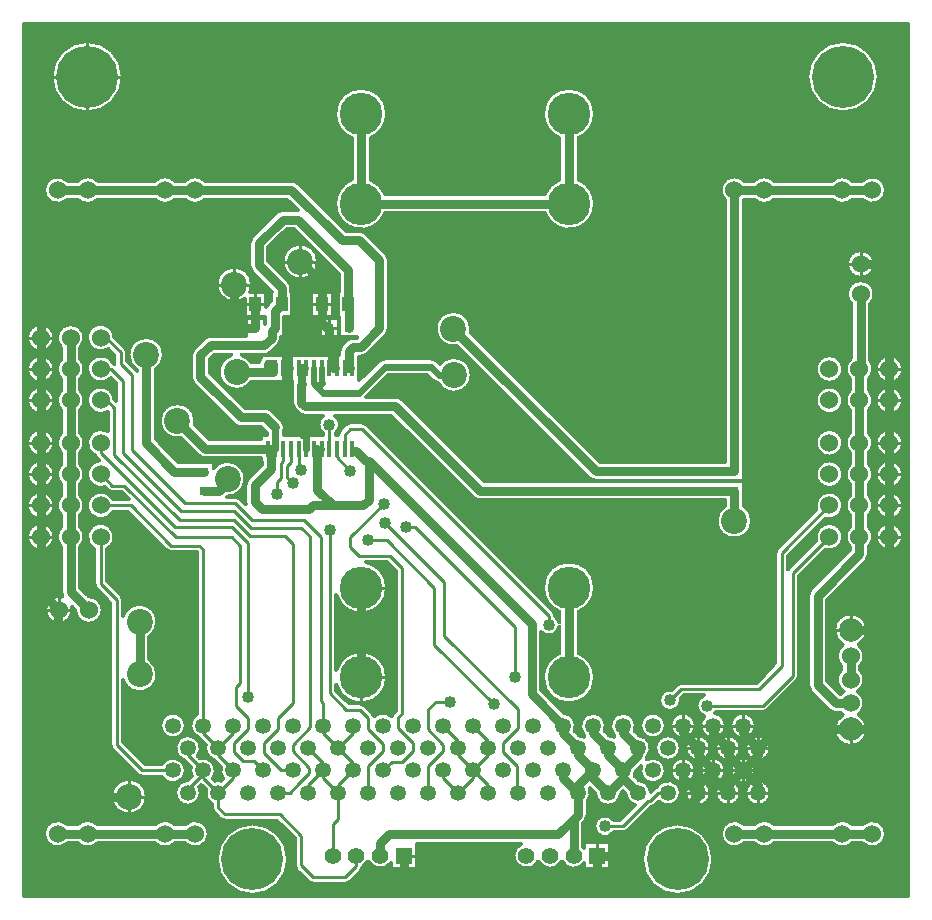
<source format=gtl>
G04 DesignSpark PCB Gerber Version 12.0 Build 5942*
%FSLAX35Y35*%
%MOMM*%
%ADD22O,1.30000X2.00000*%
%ADD27R,0.40000X1.45000*%
%ADD28R,0.80000X0.80000*%
%ADD72R,1.00000X1.30000*%
%ADD23R,1.40000X1.42000*%
%ADD15C,0.25400*%
%ADD11C,0.30480*%
%ADD18C,0.40000*%
%ADD71C,0.50000*%
%ADD70C,0.55000*%
%ADD17C,0.60000*%
%ADD20C,0.65000*%
%ADD16C,0.80000*%
%ADD21C,1.01600*%
%ADD26C,1.35000*%
%ADD24C,1.40000*%
%ADD25C,1.52400*%
%ADD75C,2.00000*%
%ADD19C,2.20000*%
%ADD29R,0.80000X0.80000*%
%ADD74C,3.60000*%
%ADD73C,5.25000*%
X0Y0D02*
D02*
D11*
X631120Y8694360D02*
Y1306120D01*
X8119360D01*
Y8694360D01*
X631120D01*
X772240Y4467080D02*
G75*
G02*
X889080Y4350240I0J-116840D01*
G01*
G75*
G02*
X772240Y4233400I-116840J0D01*
G01*
G75*
G02*
X655400Y4350240I0J116840D01*
G01*
G75*
G02*
X772240Y4467080I116840J0D01*
G01*
X798400Y1835240D02*
G75*
G02*
X999830Y1915840I116840J0D01*
G01*
X1084650D01*
G75*
G02*
X1253830I84590J-80600D01*
G01*
X1740650D01*
G75*
G02*
X1909830I84590J-80600D01*
G01*
X1994650D01*
G75*
G02*
X2196080Y1835240I84590J-80600D01*
G01*
G75*
G02*
X1994650Y1754640I-116840J0D01*
G01*
X1909830D01*
G75*
G02*
X1740650I-84590J80600D01*
G01*
X1253830D01*
G75*
G02*
X1084650I-84590J80600D01*
G01*
X999830D01*
G75*
G02*
X798400Y1835240I-84590J80600D01*
G01*
X809400Y3730240D02*
G75*
G02*
X956960Y3842970I116830J10D01*
G01*
G75*
G02*
X945600Y3884240I69270J41270D01*
G01*
G75*
G02*
X945640Y3886730I80620J-50D01*
G01*
Y4265650D01*
G75*
G02*
Y4434830I80600J84590D01*
G01*
Y4530650D01*
G75*
G02*
Y4699830I80600J84590D01*
G01*
Y4795650D01*
G75*
G02*
Y4964830I80600J84590D01*
G01*
Y5060650D01*
G75*
G02*
Y5229830I80600J84590D01*
G01*
Y5420650D01*
G75*
G02*
Y5589830I80600J84590D01*
G01*
Y5685650D01*
G75*
G02*
Y5854830I80600J84590D01*
G01*
Y5950650D01*
G75*
G02*
X1026240Y6152080I80600J84590D01*
G01*
G75*
G02*
X1106840Y5950650I0J-116840D01*
G01*
Y5854830D01*
G75*
G02*
Y5685650I-80600J-84590D01*
G01*
Y5589830D01*
G75*
G02*
Y5420650I-80600J-84590D01*
G01*
Y5229830D01*
G75*
G02*
Y5060650I-80600J-84590D01*
G01*
Y4964830D01*
G75*
G02*
Y4795650I-80600J-84590D01*
G01*
Y4699830D01*
G75*
G02*
Y4530650I-80600J-84590D01*
G01*
Y4434830D01*
G75*
G02*
Y4265650I-80600J-84590D01*
G01*
Y3917680D01*
X1177470Y3847050D01*
G75*
G02*
X1180240Y3847080I2650J-116940D01*
G01*
G75*
G02*
X1297080Y3730240I0J-116840D01*
G01*
G75*
G02*
X1180240Y3613400I-116840J0D01*
G01*
G75*
G02*
X1063400Y3730240I0J116840D01*
G01*
G75*
G02*
X1063430Y3733010I116880J120D01*
G01*
X1040140Y3756300D01*
G75*
G02*
X926240Y3613400I-113900J-26060D01*
G01*
G75*
G02*
X809400Y3730240I0J116840D01*
G01*
X772240Y4732080D02*
G75*
G02*
X889080Y4615240I0J-116840D01*
G01*
G75*
G02*
X772240Y4498400I-116840J0D01*
G01*
G75*
G02*
X655400Y4615240I0J116840D01*
G01*
G75*
G02*
X772240Y4732080I116840J0D01*
G01*
Y4997080D02*
G75*
G02*
X889080Y4880240I0J-116840D01*
G01*
G75*
G02*
X772240Y4763400I-116840J0D01*
G01*
G75*
G02*
X655400Y4880240I0J116840D01*
G01*
G75*
G02*
X772240Y4997080I116840J0D01*
G01*
Y5262080D02*
G75*
G02*
X889080Y5145240I0J-116840D01*
G01*
G75*
G02*
X772240Y5028400I-116840J0D01*
G01*
G75*
G02*
X655400Y5145240I0J116840D01*
G01*
G75*
G02*
X772240Y5262080I116840J0D01*
G01*
Y5622080D02*
G75*
G02*
X889080Y5505240I0J-116840D01*
G01*
G75*
G02*
X772240Y5388400I-116840J0D01*
G01*
G75*
G02*
X655400Y5505240I0J116840D01*
G01*
G75*
G02*
X772240Y5622080I116840J0D01*
G01*
Y5887080D02*
G75*
G02*
X889080Y5770240I0J-116840D01*
G01*
G75*
G02*
X772240Y5653400I-116840J0D01*
G01*
G75*
G02*
X655400Y5770240I0J116840D01*
G01*
G75*
G02*
X772240Y5887080I116840J0D01*
G01*
Y6152080D02*
G75*
G02*
X889080Y6035240I0J-116840D01*
G01*
G75*
G02*
X772240Y5918400I-116840J0D01*
G01*
G75*
G02*
X655400Y6035240I0J116840D01*
G01*
G75*
G02*
X772240Y6152080I116840J0D01*
G01*
X798400Y7285240D02*
G75*
G02*
X999830Y7365840I116840J0D01*
G01*
X1084650D01*
G75*
G02*
X1253830I84590J-80600D01*
G01*
X1740650D01*
G75*
G02*
X1909830I84590J-80600D01*
G01*
X1994650D01*
G75*
G02*
X2163830I84590J-80600D01*
G01*
X2892750D01*
G75*
G02*
X2952260Y7342260I2490J-80600D01*
G01*
X3353680Y6940840D01*
X3467750D01*
G75*
G02*
X3527260Y6917260I2490J-80600D01*
G01*
X3697260Y6747260D01*
G75*
G02*
X3720880Y6690240I-57020J-57020D01*
G01*
G75*
G02*
X3720840Y6687750I-80660J50D01*
G01*
Y6117730D01*
G75*
G02*
X3720880Y6115240I-80620J-2540D01*
G01*
G75*
G02*
X3697260Y6058220I-80640J0D01*
G01*
X3537260Y5898220D01*
G75*
G02*
X3477750Y5874640I-57020J57020D01*
G01*
X3470840D01*
Y5675740D01*
X3635290Y5840190D01*
G75*
G02*
X3687620Y5860840I49950J-49950D01*
G01*
X4072860D01*
G75*
G02*
X4125190Y5840190I2380J-70610D01*
G01*
X4151910Y5813470D01*
G75*
G02*
X4420880Y5720240I118330J-93230D01*
G01*
G75*
G02*
X4136930Y5650090I-150640J0D01*
G01*
G75*
G02*
X4095290Y5670290I8310J70150D01*
G01*
X4045940Y5719640D01*
X3714540D01*
X3530740Y5535840D01*
X3772750D01*
G75*
G02*
X3832260Y5512260I2490J-80600D01*
G01*
X4523680Y4820840D01*
X6343940D01*
G75*
G02*
X6367520Y4820740I11450J-80640D01*
G01*
X6725840D01*
Y4612500D01*
G75*
G02*
X6795880Y4485240I-80600J-127260D01*
G01*
G75*
G02*
X6494600I-150640J0D01*
G01*
G75*
G02*
X6564640Y4612500I150640J0D01*
G01*
Y4659540D01*
X6366840D01*
G75*
G02*
X6343260Y4659640I-11450J80640D01*
G01*
X4492730D01*
G75*
G02*
X4433220Y4683220I-2490J80600D01*
G01*
X3741800Y5374640D01*
X3268400D01*
G75*
G02*
X3268540Y5225940I-53160J-74400D01*
G01*
Y5208340D01*
X3291940D01*
Y5213070D01*
G75*
G02*
X3291900Y5215240I53310J2070D01*
G01*
G75*
G02*
X3307520Y5252960I53340J0D01*
G01*
X3357520Y5302960D01*
G75*
G02*
X3397410Y5318540I37720J-37720D01*
G01*
X3488070D01*
G75*
G02*
X3527960Y5302960I2170J-53300D01*
G01*
X5112960Y3717960D01*
G75*
G02*
X5128580Y3680240I-37720J-37720D01*
G01*
G75*
G02*
Y3679510I-53480J-360D01*
G01*
G75*
G02*
X5164640Y3624450I-53330J-74270D01*
G01*
Y3714850D01*
G75*
G02*
X5024600Y3920240I80600J205390D01*
G01*
G75*
G02*
X5465880I220640J0D01*
G01*
G75*
G02*
X5325840Y3714850I-220640J0D01*
G01*
Y3365630D01*
G75*
G02*
X5465880Y3160240I-80600J-205390D01*
G01*
G75*
G02*
X5024600I-220640J0D01*
G01*
G75*
G02*
X5164640Y3365630I220640J0D01*
G01*
Y3586030D01*
G75*
G02*
X5010840Y3540330I-89400J19210D01*
G01*
Y3048680D01*
X5199770Y2859750D01*
G75*
G02*
X5291990Y2705180I-5380J-108000D01*
G01*
X5327460Y2669710D01*
G75*
G02*
X5374780Y2655780I-6070J-107970D01*
G01*
G75*
G02*
X5368320Y2679050I73600J32960D01*
G01*
G75*
G02*
X5448390Y2859880I80070J72690D01*
G01*
G75*
G02*
X5545990Y2705180I0J-108140D01*
G01*
X5581460Y2669710D01*
G75*
G02*
X5628780Y2655780I-6070J-107970D01*
G01*
G75*
G02*
X5622320Y2679050I73600J32960D01*
G01*
G75*
G02*
X5702390Y2859880I80070J72690D01*
G01*
G75*
G02*
X5799990Y2705180I0J-108140D01*
G01*
X5835460Y2669710D01*
G75*
G02*
X5909460Y2489050I-6070J-107970D01*
G01*
G75*
G02*
X5903000Y2465780I-80060J9690D01*
G01*
G75*
G02*
X6064530Y2371740I53390J-94040D01*
G01*
G75*
G02*
X5956390Y2263600I-108140J0D01*
G01*
G75*
G02*
X5855590Y2410900I0J108140D01*
G01*
X5810360Y2365670D01*
G75*
G02*
X5799990Y2325180I-107970J6080D01*
G01*
X5835460Y2289710D01*
G75*
G02*
X5937000Y2192440I-6070J-107970D01*
G01*
X5964020Y2219460D01*
G75*
G02*
X5988380Y2233380I37710J-37720D01*
G01*
G75*
G02*
X6191530Y2181740I95010J-51640D01*
G01*
G75*
G02*
X6003880Y2108440I-108140J0D01*
G01*
X5972960Y2077520D01*
G75*
G02*
X5937380Y2061940I-37720J37720D01*
G01*
X5737960Y1862520D01*
G75*
G02*
X5698070Y1846940I-37720J37720D01*
G01*
X5624540D01*
G75*
G02*
X5458800Y1900240I-74300J53300D01*
G01*
G75*
G02*
X5624540Y1953540I91440J0D01*
G01*
X5678100D01*
X5801750Y2077190D01*
G75*
G02*
X5721420Y2175670I27640J104550D01*
G01*
X5703520Y2193570D01*
X5683200Y2173250D01*
G75*
G02*
X5467420Y2175670I-107810J8490D01*
G01*
X5422190Y2220900D01*
G75*
G02*
X5402040Y2109700I-100800J-39160D01*
G01*
Y1997040D01*
G75*
G02*
Y1996390I-81140J-320D01*
G01*
G75*
G02*
X5378420Y1939360I-80650J0D01*
G01*
X5365840Y1926780D01*
Y1726030D01*
G75*
G02*
X5374640Y1715420I-80580J-75790D01*
G01*
Y1761840D01*
X5595840D01*
Y1538640D01*
X5374640D01*
Y1585060D01*
G75*
G02*
X5185240Y1602900I-89400J65180D01*
G01*
G75*
G02*
X4985240I-100000J47340D01*
G01*
G75*
G02*
X4774600Y1650240I-100000J47340D01*
G01*
G75*
G02*
X4836650Y1749640I110640J0D01*
G01*
X3955840D01*
Y1538640D01*
X3734640D01*
Y1585060D01*
G75*
G02*
X3545240Y1602900I-89400J65180D01*
G01*
G75*
G02*
X3498100Y1553040I-100000J47330D01*
G01*
G75*
G02*
X3482960Y1522520I-52850J7200D01*
G01*
X3387960Y1427520D01*
G75*
G02*
X3348070Y1411940I-37720J37720D01*
G01*
X3082410D01*
G75*
G02*
X3042520Y1427520I-2170J53300D01*
G01*
X2937520Y1532520D01*
G75*
G02*
X2921900Y1570240I37720J37720D01*
G01*
G75*
G02*
X2921940Y1572410I53350J100D01*
G01*
Y1798100D01*
X2773100Y1946940D01*
X2332410D01*
G75*
G02*
X2292520Y1962520I-2170J53300D01*
G01*
X2237520Y2017520D01*
G75*
G02*
X2221900Y2055240I37720J37720D01*
G01*
G75*
G02*
X2221940Y2057410I53350J100D01*
G01*
Y2086620D01*
G75*
G02*
X2169150Y2210540I51460J95130D01*
G01*
X2130070Y2249630D01*
X2114200Y2233760D01*
G75*
G02*
X2019390Y2073600I-94810J-52020D01*
G01*
G75*
G02*
X1911250Y2181740I0J108140D01*
G01*
G75*
G02*
X2019390Y2289880I108140J0D01*
G01*
G75*
G02*
X2019440I30J-106100D01*
G01*
X2050780Y2321220D01*
G75*
G02*
X2042150Y2400540I95620J50530D01*
G01*
X1982660Y2460030D01*
G75*
G02*
X2019390Y2669880I36730J101710D01*
G01*
G75*
G02*
X2101820Y2491750I0J-108140D01*
G01*
X2117590Y2475980D01*
G75*
G02*
X2228820Y2301750I28800J-104230D01*
G01*
X2244590Y2285980D01*
G75*
G02*
X2273390Y2289880I28780J-104250D01*
G01*
G75*
G02*
X2302190Y2285980I20J-108150D01*
G01*
X2317960Y2301750D01*
G75*
G02*
X2296150Y2400540I82440J70000D01*
G01*
X2236660Y2460030D01*
G75*
G02*
X2169150Y2590540I36740J101720D01*
G01*
X2109660Y2650030D01*
G75*
G02*
X2093040Y2845800I36730J101710D01*
G01*
Y4221940D01*
X1877410D01*
G75*
G02*
X1837520Y4237520I-2170J53300D01*
G01*
X1513100Y4561940D01*
X1384210D01*
G75*
G02*
X1163400Y4615240I-103970J53300D01*
G01*
G75*
G02*
X1384210Y4668540I116840J10D01*
G01*
X1516500D01*
X1458100Y4726940D01*
X1382410D01*
G75*
G02*
X1342520Y4742520I-2170J53300D01*
G01*
X1316030Y4769010D01*
G75*
G02*
X1163400Y4880240I-35790J111230D01*
G01*
G75*
G02*
X1268550Y4996490I116840J0D01*
G01*
X1242520Y5022520D01*
G75*
G02*
X1231230Y5039180I37730J37730D01*
G01*
G75*
G02*
X1280240Y5262080I49010J106060D01*
G01*
G75*
G02*
X1341940Y5244460I0J-116840D01*
G01*
Y5406020D01*
G75*
G02*
X1163400Y5505240I-61700J99220D01*
G01*
G75*
G02*
X1396740Y5514180I116840J0D01*
G01*
X1411940Y5498980D01*
Y5648100D01*
X1367500Y5692540D01*
G75*
G02*
X1163400Y5770240I-87260J77700D01*
G01*
G75*
G02*
X1386300Y5819250I116840J0D01*
G01*
G75*
G02*
X1396940Y5813150I-21050J-49040D01*
G01*
G75*
G02*
X1396900Y5815240I53170J2060D01*
G01*
G75*
G02*
X1396940Y5817410I53350J100D01*
G01*
Y5888100D01*
X1346220Y5938820D01*
G75*
G02*
X1163400Y6035240I-65980J96420D01*
G01*
G75*
G02*
X1397020Y6038900I116840J0D01*
G01*
X1487960Y5947960D01*
G75*
G02*
X1503580Y5910240I-37720J-37720D01*
G01*
G75*
G02*
X1503540Y5908070I-53370J-100D01*
G01*
Y5837380D01*
X1582960Y5757960D01*
G75*
G02*
X1584640Y5756200I-37750J-37710D01*
G01*
Y5762980D01*
G75*
G02*
X1514600Y5890240I80600J127260D01*
G01*
G75*
G02*
X1815880I150640J0D01*
G01*
G75*
G02*
X1745840Y5762980I-150640J0D01*
G01*
Y5173680D01*
X1938680Y4980840D01*
X2235840D01*
Y4932090D01*
G75*
G02*
X2505880Y4840240I119400J-91850D01*
G01*
G75*
G02*
X2353750Y4689610I-150640J0D01*
G01*
X2352680Y4688540D01*
X2418070D01*
G75*
G02*
X2457960Y4672960I2170J-53300D01*
G01*
X2507650Y4623270D01*
G75*
G02*
X2504600Y4645240I77570J21970D01*
G01*
G75*
G02*
X2504640Y4647730I80620J-50D01*
G01*
Y4782750D01*
G75*
G02*
X2504600Y4785240I80580J2540D01*
G01*
G75*
G02*
X2528220Y4842260I80640J0D01*
G01*
X2644640Y4958680D01*
Y4982140D01*
X2634640D01*
Y5014640D01*
X2167730D01*
G75*
G02*
X2108220Y5038220I-2490J80600D01*
G01*
X1963190Y5183250D01*
G75*
G02*
X1779600Y5330240I-32950J146990D01*
G01*
G75*
G02*
X2080880I150640J0D01*
G01*
G75*
G02*
X2077230Y5297290I-150640J10D01*
G01*
X2198680Y5175840D01*
X2634640D01*
Y5208340D01*
X2689640D01*
Y5231800D01*
X2641800Y5279640D01*
X2467730D01*
G75*
G02*
X2408220Y5303220I-2490J80600D01*
G01*
X2068220Y5643220D01*
G75*
G02*
X2044600Y5700240I57020J57020D01*
G01*
G75*
G02*
X2044640Y5702730I80620J-50D01*
G01*
Y5882750D01*
G75*
G02*
X2044600Y5885240I80580J2540D01*
G01*
G75*
G02*
X2068220Y5942260I80640J0D01*
G01*
X2153120Y6027160D01*
G75*
G02*
X2212630Y6050740I57020J-57020D01*
G01*
X2509640D01*
Y6200840D01*
X2670840D01*
Y6149760D01*
G75*
G02*
X2673230Y6152250I59300J-54530D01*
G01*
X2674740Y6153760D01*
Y6214640D01*
X2499640D01*
Y6364000D01*
G75*
G02*
X2259600Y6485240I-89400J121240D01*
G01*
G75*
G02*
X2560880I150640J0D01*
G01*
G75*
G02*
X2548670Y6425840I-150640J10D01*
G01*
X2680840D01*
Y6293950D01*
G75*
G02*
X2698320Y6320110I74500J-30860D01*
G01*
X2721840Y6343630D01*
Y6425840D01*
X2727850D01*
X2563220Y6590470D01*
G75*
G02*
X2539600Y6647490I57020J57020D01*
G01*
G75*
G02*
X2539640Y6649980I80620J-50D01*
G01*
Y6832750D01*
G75*
G02*
X2539600Y6835240I80580J2540D01*
G01*
G75*
G02*
X2563220Y6892260I80640J0D01*
G01*
X2763220Y7092260D01*
G75*
G02*
X2822730Y7115840I57020J-57020D01*
G01*
X2947750D01*
G75*
G02*
X2950560Y7115880I2550J-80550D01*
G01*
X2861800Y7204640D01*
X2163830D01*
G75*
G02*
X1994650I-84590J80600D01*
G01*
X1909830D01*
G75*
G02*
X1740650I-84590J80600D01*
G01*
X1253830D01*
G75*
G02*
X1084650I-84590J80600D01*
G01*
X999830D01*
G75*
G02*
X798400Y7285240I-84590J80600D01*
G01*
X5956390Y2859880D02*
G75*
G02*
X6064530Y2751740I0J-108140D01*
G01*
G75*
G02*
X5956390Y2643600I-108140J0D01*
G01*
G75*
G02*
X5848250Y2751740I0J108140D01*
G01*
G75*
G02*
X5956390Y2859880I108140J0D01*
G01*
X6083390Y2669880D02*
G75*
G02*
X6191530Y2561740I0J-108140D01*
G01*
G75*
G02*
X6083390Y2453600I-108140J0D01*
G01*
G75*
G02*
X5975250Y2561740I0J108140D01*
G01*
G75*
G02*
X6083390Y2669880I108140J0D01*
G01*
X6210390Y2479880D02*
G75*
G02*
X6318530Y2371740I0J-108140D01*
G01*
G75*
G02*
X6210390Y2263600I-108140J0D01*
G01*
G75*
G02*
X6102250Y2371740I0J108140D01*
G01*
G75*
G02*
X6210390Y2479880I108140J0D01*
G01*
X6337390Y2289880D02*
G75*
G02*
X6445530Y2181740I0J-108140D01*
G01*
G75*
G02*
X6337390Y2073600I-108140J0D01*
G01*
G75*
G02*
X6229250Y2181740I0J108140D01*
G01*
G75*
G02*
X6337390Y2289880I108140J0D01*
G01*
X6008800Y2965240D02*
G75*
G02*
X6115040Y3055480I91440J0D01*
G01*
X6157520Y3097960D01*
G75*
G02*
X6197410Y3113540I37720J-37720D01*
G01*
X6833100D01*
X6916520Y3196960D01*
G75*
G02*
X6927520Y3212960I48710J-21710D01*
G01*
X6991940Y3277380D01*
Y4208070D01*
G75*
G02*
X6991900Y4210240I53310J2070D01*
G01*
G75*
G02*
X7007520Y4247960I53340J0D01*
G01*
X7339010Y4579450D01*
G75*
G02*
X7450240Y4732080I111230J35790D01*
G01*
G75*
G02*
X7567080Y4615240I0J-116840D01*
G01*
G75*
G02*
X7414450Y4504010I-116860J20D01*
G01*
X7098540Y4188100D01*
Y4073510D01*
G75*
G02*
X7102520Y4077960I41680J-33270D01*
G01*
X7339010Y4314450D01*
G75*
G02*
X7450240Y4467080I111230J35790D01*
G01*
G75*
G02*
X7567080Y4350240I0J-116840D01*
G01*
G75*
G02*
X7414450Y4239010I-116860J20D01*
G01*
X7193540Y4018100D01*
Y3177410D01*
G75*
G02*
X7193580Y3175240I-53330J-2070D01*
G01*
G75*
G02*
X7177960Y3137520I-53340J0D01*
G01*
X6922960Y2882520D01*
G75*
G02*
X6883070Y2866940I-37720J37720D01*
G01*
X6489540D01*
G75*
G02*
X6482550Y2858340I-74340J53280D01*
G01*
G75*
G02*
X6464390Y2643600I-18160J-106600D01*
G01*
G75*
G02*
X6391770Y2831860I0J108140D01*
G01*
G75*
G02*
X6386180Y3006940I23470J88380D01*
G01*
X6217380D01*
X6190480Y2980040D01*
G75*
G02*
X6191680Y2965240I-90270J-14770D01*
G01*
G75*
G02*
X6008800I-91440J0D01*
G01*
X7269640Y3097730D02*
Y3847750D01*
G75*
G02*
X7269600Y3850240I80580J2540D01*
G01*
G75*
G02*
X7293220Y3907260I80640J0D01*
G01*
X7623640Y4237680D01*
Y4265650D01*
G75*
G02*
Y4434830I80600J84590D01*
G01*
Y4530650D01*
G75*
G02*
Y4699830I80600J84590D01*
G01*
Y4795650D01*
G75*
G02*
Y4964830I80600J84590D01*
G01*
Y5060650D01*
G75*
G02*
Y5229830I80600J84590D01*
G01*
Y5420650D01*
G75*
G02*
Y5589830I80600J84590D01*
G01*
Y5685650D01*
G75*
G02*
X7634640Y5864090I80600J84590D01*
G01*
Y6320650D01*
G75*
G02*
X7598400Y6405240I80600J84590D01*
G01*
G75*
G02*
X7832080I116840J0D01*
G01*
G75*
G02*
X7795840Y6320650I-116840J0D01*
G01*
Y5842770D01*
G75*
G02*
X7784840Y5685650I-91600J-72530D01*
G01*
Y5589830D01*
G75*
G02*
Y5420650I-80600J-84590D01*
G01*
Y5229830D01*
G75*
G02*
Y5060650I-80600J-84590D01*
G01*
Y4964830D01*
G75*
G02*
Y4795650I-80600J-84590D01*
G01*
Y4699830D01*
G75*
G02*
Y4530650I-80600J-84590D01*
G01*
Y4434830D01*
G75*
G02*
Y4265650I-80600J-84590D01*
G01*
Y4206730D01*
G75*
G02*
X7784880Y4204240I-80620J-2540D01*
G01*
G75*
G02*
X7761260Y4147220I-80640J0D01*
G01*
X7430840Y3816800D01*
Y3128680D01*
X7538680Y3020840D01*
X7545650D01*
G75*
G02*
X7569810Y3040240I84590J-80590D01*
G01*
G75*
G02*
X7549640Y3224830I60430J100000D01*
G01*
Y3255650D01*
G75*
G02*
X7563740Y3436310I80590J84590D01*
G01*
G75*
G02*
X7489600Y3560240I66500J123920D01*
G01*
G75*
G02*
X7770880I140640J0D01*
G01*
G75*
G02*
X7696740Y3436310I-140640J0D01*
G01*
G75*
G02*
X7710840Y3255650I-66500J-96070D01*
G01*
Y3224830D01*
G75*
G02*
X7690670Y3040240I-80600J-84590D01*
G01*
G75*
G02*
X7696740Y2844170I-60430J-100000D01*
G01*
G75*
G02*
X7770880Y2720240I-66500J-123930D01*
G01*
G75*
G02*
X7489600I-140640J0D01*
G01*
G75*
G02*
X7563740Y2844170I140640J10D01*
G01*
G75*
G02*
X7545650Y2859640I66480J96050D01*
G01*
X7507730D01*
G75*
G02*
X7448220Y2883220I-2490J80600D01*
G01*
X7293220Y3038220D01*
G75*
G02*
X7269600Y3095240I57020J57020D01*
G01*
G75*
G02*
X7269640Y3097730I80620J-50D01*
G01*
X6718390Y2859880D02*
G75*
G02*
X6826530Y2751740I0J-108140D01*
G01*
G75*
G02*
X6718390Y2643600I-108140J0D01*
G01*
G75*
G02*
X6610250Y2751740I0J108140D01*
G01*
G75*
G02*
X6718390Y2859880I108140J0D01*
G01*
X6845390Y2669880D02*
G75*
G02*
X6953530Y2561740I0J-108140D01*
G01*
G75*
G02*
X6845390Y2453600I-108140J0D01*
G01*
G75*
G02*
X6737250Y2561740I0J108140D01*
G01*
G75*
G02*
X6845390Y2669880I108140J0D01*
G01*
X6591390D02*
G75*
G02*
X6699530Y2561740I0J-108140D01*
G01*
G75*
G02*
X6591390Y2453600I-108140J0D01*
G01*
G75*
G02*
X6483250Y2561740I0J108140D01*
G01*
G75*
G02*
X6591390Y2669880I108140J0D01*
G01*
X6718390Y2479880D02*
G75*
G02*
X6826530Y2371740I0J-108140D01*
G01*
G75*
G02*
X6718390Y2263600I-108140J0D01*
G01*
G75*
G02*
X6610250Y2371740I0J108140D01*
G01*
G75*
G02*
X6718390Y2479880I108140J0D01*
G01*
X6845390Y2289880D02*
G75*
G02*
X6953530Y2181740I0J-108140D01*
G01*
G75*
G02*
X6845390Y2073600I-108140J0D01*
G01*
G75*
G02*
X6737250Y2181740I0J108140D01*
G01*
G75*
G02*
X6845390Y2289880I108140J0D01*
G01*
X6210390Y2859880D02*
G75*
G02*
X6318530Y2751740I0J-108140D01*
G01*
G75*
G02*
X6210390Y2643600I-108140J0D01*
G01*
G75*
G02*
X6102250Y2751740I0J108140D01*
G01*
G75*
G02*
X6210390Y2859880I108140J0D01*
G01*
X6337390Y2669880D02*
G75*
G02*
X6445530Y2561740I0J-108140D01*
G01*
G75*
G02*
X6337390Y2453600I-108140J0D01*
G01*
G75*
G02*
X6229250Y2561740I0J108140D01*
G01*
G75*
G02*
X6337390Y2669880I108140J0D01*
G01*
X6464390Y2479880D02*
G75*
G02*
X6572530Y2371740I0J-108140D01*
G01*
G75*
G02*
X6464390Y2263600I-108140J0D01*
G01*
G75*
G02*
X6356250Y2371740I0J108140D01*
G01*
G75*
G02*
X6464390Y2479880I108140J0D01*
G01*
X6591390Y2289880D02*
G75*
G02*
X6699530Y2181740I0J-108140D01*
G01*
G75*
G02*
X6591390Y2073600I-108140J0D01*
G01*
G75*
G02*
X6483250Y2181740I0J108140D01*
G01*
G75*
G02*
X6591390Y2289880I108140J0D01*
G01*
X6528400Y1835240D02*
G75*
G02*
X6729830Y1915840I116840J0D01*
G01*
X6814650D01*
G75*
G02*
X6983830I84590J-80600D01*
G01*
X7475650D01*
G75*
G02*
X7644830I84590J-80600D01*
G01*
X7729650D01*
G75*
G02*
X7931080Y1835240I84590J-80600D01*
G01*
G75*
G02*
X7729650Y1754640I-116840J0D01*
G01*
X7644830D01*
G75*
G02*
X7475650I-84590J80600D01*
G01*
X6983830D01*
G75*
G02*
X6814650I-84590J80600D01*
G01*
X6729830D01*
G75*
G02*
X6528400Y1835240I-84590J80600D01*
G01*
X6165240Y1923380D02*
G75*
G02*
X6468380Y1620240I0J-303140D01*
G01*
G75*
G02*
X6165240Y1317100I-303140J0D01*
G01*
G75*
G02*
X5862100Y1620240I0J303140D01*
G01*
G75*
G02*
X6165240Y1923380I303140J0D01*
G01*
X2565240D02*
G75*
G02*
X2868380Y1620240I0J-303140D01*
G01*
G75*
G02*
X2565240Y1317100I-303140J0D01*
G01*
G75*
G02*
X2262100Y1620240I0J303140D01*
G01*
G75*
G02*
X2565240Y1923380I303140J0D01*
G01*
X1892390Y2859880D02*
G75*
G02*
X2000530Y2751740I0J-108140D01*
G01*
G75*
G02*
X1892390Y2643600I-108140J0D01*
G01*
G75*
G02*
X1784250Y2751740I0J108140D01*
G01*
G75*
G02*
X1892390Y2859880I108140J0D01*
G01*
X1280240Y4467080D02*
G75*
G02*
X1333540Y4246270I0J-116840D01*
G01*
Y3972380D01*
X1452960Y3852960D01*
G75*
G02*
X1468580Y3815240I-37720J-37720D01*
G01*
G75*
G02*
X1468540Y3813070I-53370J-100D01*
G01*
Y3681360D01*
G75*
G02*
X1760880Y3630240I141700J-51120D01*
G01*
G75*
G02*
X1690840Y3502980I-150640J0D01*
G01*
Y3312500D01*
G75*
G02*
X1760880Y3185240I-80600J-127260D01*
G01*
G75*
G02*
X1468540Y3134120I-150640J0D01*
G01*
Y2608880D01*
X1652380Y2425040D01*
X1798300D01*
G75*
G02*
X2000530Y2371740I94090J-53300D01*
G01*
G75*
G02*
X1798300Y2318440I-108140J0D01*
G01*
X1632410D01*
G75*
G02*
X1592520Y2334020I-2170J53300D01*
G01*
X1377520Y2549020D01*
G75*
G02*
X1361900Y2586740I37720J37720D01*
G01*
G75*
G02*
X1361940Y2588910I53350J100D01*
G01*
Y3793100D01*
X1242520Y3912520D01*
G75*
G02*
X1226900Y3950240I37720J37720D01*
G01*
G75*
G02*
X1226940Y3952410I53350J100D01*
G01*
Y4246270D01*
G75*
G02*
X1280240Y4467080I53300J103970D01*
G01*
X1369600Y2150240D02*
G75*
G02*
X1670880I150640J0D01*
G01*
G75*
G02*
X1369600I-150640J0D01*
G01*
X1165240Y8548380D02*
G75*
G02*
X1468380Y8245240I0J-303140D01*
G01*
G75*
G02*
X1165240Y7942100I-303140J0D01*
G01*
G75*
G02*
X862100Y8245240I0J303140D01*
G01*
G75*
G02*
X1165240Y8548380I303140J0D01*
G01*
X3264600Y7170240D02*
G75*
G02*
X3404640Y7375630I220640J0D01*
G01*
Y7724850D01*
G75*
G02*
X3264600Y7930240I80600J205390D01*
G01*
G75*
G02*
X3705880I220640J0D01*
G01*
G75*
G02*
X3565840Y7724850I-220640J0D01*
G01*
Y7375630D01*
G75*
G02*
X3690630Y7250840I-80600J-205390D01*
G01*
X5039850D01*
G75*
G02*
X5164640Y7375630I205390J-80600D01*
G01*
Y7724850D01*
G75*
G02*
X5024600Y7930240I80600J205390D01*
G01*
G75*
G02*
X5465880I220640J0D01*
G01*
G75*
G02*
X5325840Y7724850I-220640J0D01*
G01*
Y7375630D01*
G75*
G02*
X5465880Y7170240I-80600J-205390D01*
G01*
G75*
G02*
X5039850Y7089640I-220640J0D01*
G01*
X3690630D01*
G75*
G02*
X3264600Y7170240I-205390J80600D01*
G01*
X4114600Y6110240D02*
G75*
G02*
X4415880I150640J0D01*
G01*
G75*
G02*
X4412230Y6077290I-150640J10D01*
G01*
X5503680Y4985840D01*
X6564640D01*
Y7200650D01*
G75*
G02*
X6645240Y7402080I80600J84590D01*
G01*
G75*
G02*
X6729830Y7365840I0J-116840D01*
G01*
X6814650D01*
G75*
G02*
X6983830I84590J-80600D01*
G01*
X7475650D01*
G75*
G02*
X7644830I84590J-80600D01*
G01*
X7729650D01*
G75*
G02*
X7931080Y7285240I84590J-80600D01*
G01*
G75*
G02*
X7729650Y7204640I-116840J0D01*
G01*
X7644830D01*
G75*
G02*
X7475650I-84590J80600D01*
G01*
X6983830D01*
G75*
G02*
X6814650I-84590J80600D01*
G01*
X6729830D01*
G75*
G02*
X6725840Y7200650I-84600J80610D01*
G01*
Y4824640D01*
X5472730D01*
G75*
G02*
X5413220Y4848220I-2490J80600D01*
G01*
X4298190Y5963250D01*
G75*
G02*
X4114600Y6110240I-32950J146990D01*
G01*
X7958240Y4467080D02*
G75*
G02*
X8075080Y4350240I0J-116840D01*
G01*
G75*
G02*
X7958240Y4233400I-116840J0D01*
G01*
G75*
G02*
X7841400Y4350240I0J116840D01*
G01*
G75*
G02*
X7958240Y4467080I116840J0D01*
G01*
Y4732080D02*
G75*
G02*
X8075080Y4615240I0J-116840D01*
G01*
G75*
G02*
X7958240Y4498400I-116840J0D01*
G01*
G75*
G02*
X7841400Y4615240I0J116840D01*
G01*
G75*
G02*
X7958240Y4732080I116840J0D01*
G01*
Y4997080D02*
G75*
G02*
X8075080Y4880240I0J-116840D01*
G01*
G75*
G02*
X7958240Y4763400I-116840J0D01*
G01*
G75*
G02*
X7841400Y4880240I0J116840D01*
G01*
G75*
G02*
X7958240Y4997080I116840J0D01*
G01*
Y5262080D02*
G75*
G02*
X8075080Y5145240I0J-116840D01*
G01*
G75*
G02*
X7958240Y5028400I-116840J0D01*
G01*
G75*
G02*
X7841400Y5145240I0J116840D01*
G01*
G75*
G02*
X7958240Y5262080I116840J0D01*
G01*
Y5622080D02*
G75*
G02*
X8075080Y5505240I0J-116840D01*
G01*
G75*
G02*
X7958240Y5388400I-116840J0D01*
G01*
G75*
G02*
X7841400Y5505240I0J116840D01*
G01*
G75*
G02*
X7958240Y5622080I116840J0D01*
G01*
Y5887080D02*
G75*
G02*
X8075080Y5770240I0J-116840D01*
G01*
G75*
G02*
X7958240Y5653400I-116840J0D01*
G01*
G75*
G02*
X7841400Y5770240I0J116840D01*
G01*
G75*
G02*
X7958240Y5887080I116840J0D01*
G01*
X7598400Y6659240D02*
G75*
G02*
X7832080I116840J0D01*
G01*
G75*
G02*
X7598400I-116840J0D01*
G01*
X7450240Y4997080D02*
G75*
G02*
X7567080Y4880240I0J-116840D01*
G01*
G75*
G02*
X7450240Y4763400I-116840J0D01*
G01*
G75*
G02*
X7333400Y4880240I0J116840D01*
G01*
G75*
G02*
X7450240Y4997080I116840J0D01*
G01*
Y5262080D02*
G75*
G02*
X7567080Y5145240I0J-116840D01*
G01*
G75*
G02*
X7450240Y5028400I-116840J0D01*
G01*
G75*
G02*
X7333400Y5145240I0J116840D01*
G01*
G75*
G02*
X7450240Y5262080I116840J0D01*
G01*
Y5622080D02*
G75*
G02*
X7567080Y5505240I0J-116840D01*
G01*
G75*
G02*
X7450240Y5388400I-116840J0D01*
G01*
G75*
G02*
X7333400Y5505240I0J116840D01*
G01*
G75*
G02*
X7450240Y5622080I116840J0D01*
G01*
Y5887080D02*
G75*
G02*
X7567080Y5770240I0J-116840D01*
G01*
G75*
G02*
X7450240Y5653400I-116840J0D01*
G01*
G75*
G02*
X7333400Y5770240I0J116840D01*
G01*
G75*
G02*
X7450240Y5887080I116840J0D01*
G01*
X7565240Y8548380D02*
G75*
G02*
X7868380Y8245240I0J-303140D01*
G01*
G75*
G02*
X7565240Y7942100I-303140J0D01*
G01*
G75*
G02*
X7262100Y8245240I0J303140D01*
G01*
G75*
G02*
X7565240Y8548380I303140J0D01*
G01*
X646360Y1835240D02*
G36*
X646360Y1835240D02*
Y1321360D01*
X2514610D01*
G75*
G02*
X2262100Y1620240I50640J298890D01*
G01*
G75*
G02*
X2351540Y1835240I303150J-10D01*
G01*
X2196080D01*
G75*
G02*
X1994650Y1754640I-116840J0D01*
G01*
X1909830D01*
G75*
G02*
X1740650I-84590J80600D01*
G01*
X1253830D01*
G75*
G02*
X1084650I-84590J80600D01*
G01*
X999830D01*
G75*
G02*
X798400Y1835240I-84590J80600D01*
G01*
X646360D01*
G37*
X2868380Y1620240D02*
G36*
X2868380Y1620240D02*
G75*
G02*
X2615870Y1321360I-303150J10D01*
G01*
X6114610D01*
G75*
G02*
X5862100Y1620240I50640J298890D01*
G01*
G75*
G02*
X5951540Y1835240I303150J-10D01*
G01*
X5614550D01*
G75*
G02*
X5485930I-64310J65000D01*
G01*
X5365840D01*
Y1726030D01*
G75*
G02*
X5374640Y1715420I-79760J-75100D01*
G01*
Y1761840D01*
X5595840D01*
Y1538640D01*
X5374640D01*
Y1585060D01*
G75*
G02*
X5185240Y1602900I-89400J65180D01*
G01*
G75*
G02*
X4985240I-100000J47340D01*
G01*
G75*
G02*
X4774600Y1650240I-100000J47340D01*
G01*
G75*
G02*
X4836650Y1749640I110660J-10D01*
G01*
X3955840D01*
Y1538640D01*
X3734640D01*
Y1585060D01*
G75*
G02*
X3545240Y1602900I-89400J65180D01*
G01*
G75*
G02*
X3498100Y1553040I-100000J47330D01*
G01*
G75*
G02*
X3482960Y1522520I-52900J7220D01*
G01*
X3387960Y1427520D01*
G75*
G02*
X3348070Y1411940I-37710J37690D01*
G01*
X3082410D01*
G75*
G02*
X3042520Y1427520I-2180J53270D01*
G01*
X2937520Y1532520D01*
G75*
G02*
X2921900Y1570240I37760J37730D01*
G01*
G75*
G02*
X2921940Y1572410I59450J-10D01*
G01*
Y1798100D01*
X2884800Y1835240D01*
X2778940D01*
G75*
G02*
X2868380Y1620240I-213710J-215010D01*
G01*
G37*
X6468380D02*
G36*
X6468380Y1620240D02*
G75*
G02*
X6215870Y1321360I-303150J10D01*
G01*
X8104120D01*
Y1835240D01*
X7931080D01*
G75*
G02*
X7729650Y1754640I-116840J0D01*
G01*
X7644830D01*
G75*
G02*
X7475650I-84590J80600D01*
G01*
X6983830D01*
G75*
G02*
X6814650I-84590J80600D01*
G01*
X6729830D01*
G75*
G02*
X6528400Y1835240I-84590J80600D01*
G01*
X6378940D01*
G75*
G02*
X6468380Y1620240I-213710J-215010D01*
G01*
G37*
X646360Y2181740D02*
G36*
X646360Y2181740D02*
Y1835240D01*
X798400D01*
G75*
G02*
X999830Y1915840I116840J0D01*
G01*
X1084650D01*
G75*
G02*
X1253830I84590J-80600D01*
G01*
X1740650D01*
G75*
G02*
X1909830I84590J-80600D01*
G01*
X1994650D01*
G75*
G02*
X2196080Y1835240I84590J-80600D01*
G01*
X2351540D01*
G75*
G02*
X2565240Y1923380I213710J-215010D01*
G01*
G75*
G02*
X2778940Y1835240I-10J-303150D01*
G01*
X2884800D01*
X2773100Y1946940D01*
X2332410D01*
G75*
G02*
X2292520Y1962520I-2180J53270D01*
G01*
X2237520Y2017520D01*
G75*
G02*
X2221900Y2055240I37760J37730D01*
G01*
G75*
G02*
X2221940Y2057410I59450J-10D01*
G01*
Y2086620D01*
G75*
G02*
X2165250Y2181740I51470J95130D01*
G01*
X2127530D01*
G75*
G02*
X2019390Y2073600I-108140J0D01*
G01*
G75*
G02*
X1911250Y2181730I0J108130D01*
G01*
G75*
G02*
Y2181740I95490J10D01*
G01*
X1667550D01*
G75*
G02*
X1670880Y2150240I-147310J-31500D01*
G01*
G75*
G02*
X1369600I-150640J0D01*
G01*
G75*
G02*
X1372930Y2181740I150640J0D01*
G01*
X646360D01*
G37*
X5365840Y1926780D02*
G36*
X5365840Y1926780D02*
Y1835240D01*
X5485930D01*
G75*
G02*
X5458800Y1900240I64310J65010D01*
G01*
G75*
G02*
X5624540Y1953540I91440J0D01*
G01*
X5678100D01*
X5801750Y2077190D01*
G75*
G02*
X5721420Y2175670I27620J104530D01*
G01*
X5715350Y2181740D01*
X5691690D01*
X5683200Y2173250D01*
G75*
G02*
X5467420Y2175670I-107810J8490D01*
G01*
X5461350Y2181740D01*
X5429530D01*
G75*
G02*
X5402040Y2109700I-108130J0D01*
G01*
Y1997040D01*
Y1996390D01*
G75*
G02*
X5378420Y1939360I-80690J10D01*
G01*
X5365840Y1926780D01*
G37*
X5624540Y1846940D02*
G36*
X5624540Y1846940D02*
G75*
G02*
X5614550Y1835240I-74310J53330D01*
G01*
X5951540D01*
G75*
G02*
X6165240Y1923380I213710J-215010D01*
G01*
G75*
G02*
X6378940Y1835240I-10J-303150D01*
G01*
X6528400D01*
G75*
G02*
X6729830Y1915840I116840J0D01*
G01*
X6814650D01*
G75*
G02*
X6983830I84590J-80600D01*
G01*
X7475650D01*
G75*
G02*
X7644830I84590J-80600D01*
G01*
X7729650D01*
G75*
G02*
X7931080Y1835240I84590J-80600D01*
G01*
X8104120D01*
Y2181740D01*
X6953530D01*
G75*
G02*
Y2181730I-95490J0D01*
G01*
G75*
G02*
X6845390Y2073600I-108140J0D01*
G01*
G75*
G02*
X6737250Y2181730I0J108130D01*
G01*
G75*
G02*
Y2181740I95490J10D01*
G01*
X6699530D01*
G75*
G02*
Y2181730I-95490J0D01*
G01*
G75*
G02*
X6591390Y2073600I-108140J0D01*
G01*
G75*
G02*
X6483250Y2181730I0J108130D01*
G01*
G75*
G02*
Y2181740I95490J10D01*
G01*
X6445530D01*
G75*
G02*
Y2181730I-95490J0D01*
G01*
G75*
G02*
X6337390Y2073600I-108140J0D01*
G01*
G75*
G02*
X6229250Y2181730I0J108130D01*
G01*
G75*
G02*
Y2181740I95490J10D01*
G01*
X6191530D01*
G75*
G02*
X6003880Y2108440I-108140J0D01*
G01*
X5972960Y2077520D01*
G75*
G02*
X5937380Y2061940I-37730J37760D01*
G01*
X5737960Y1862520D01*
G75*
G02*
X5698070Y1846940I-37710J37690D01*
G01*
X5624540D01*
G37*
X646360Y2371740D02*
G36*
X646360Y2371740D02*
Y2181740D01*
X1372930D01*
G75*
G02*
X1667550I147310J-31500D01*
G01*
X1911250D01*
G75*
G02*
Y2181750I95490J10D01*
G01*
G75*
G02*
X2019390Y2289880I108140J0D01*
G01*
X2019440D01*
X2050780Y2321220D01*
G75*
G02*
X2038250Y2371740I95580J50520D01*
G01*
X2000530D01*
G75*
G02*
X1798300Y2318440I-108140J0D01*
G01*
X1632410D01*
G75*
G02*
X1592520Y2334020I-2180J53270D01*
G01*
X1554800Y2371740D01*
X646360D01*
G37*
X2114200Y2233760D02*
G36*
X2114200Y2233760D02*
G75*
G02*
X2127530Y2181740I-94810J-52010D01*
G01*
X2165250D01*
G75*
G02*
Y2181750I143240J10D01*
G01*
G75*
G02*
X2169150Y2210540I108150J10D01*
G01*
X2130070Y2249630D01*
X2114200Y2233760D01*
G37*
X2228820Y2301750D02*
G36*
X2228820Y2301750D02*
X2244590Y2285980D01*
G75*
G02*
X2273390Y2289880I28810J-104480D01*
G01*
G75*
G02*
X2302190Y2285980I-10J-108380D01*
G01*
X2317960Y2301750D01*
G75*
G02*
X2292250Y2371740I82440J70000D01*
G01*
X2254530D01*
G75*
G02*
X2228820Y2301750I-108140J10D01*
G01*
G37*
X5422190Y2220900D02*
G36*
X5422190Y2220900D02*
G75*
G02*
X5429530Y2181740I-100780J-39160D01*
G01*
X5461350D01*
X5422190Y2220900D01*
G37*
X5703520Y2193570D02*
G36*
X5703520Y2193570D02*
X5691690Y2181740D01*
X5715350D01*
X5703520Y2193570D01*
G37*
X5810360Y2365670D02*
G36*
X5810360Y2365670D02*
G75*
G02*
X5799990Y2325180I-107970J6080D01*
G01*
X5835460Y2289710D01*
G75*
G02*
X5937000Y2192440I-6070J-107970D01*
G01*
X5964020Y2219460D01*
G75*
G02*
X5988380Y2233380I37730J-37750D01*
G01*
G75*
G02*
X6191530Y2181740I95010J-51650D01*
G01*
X6229250D01*
G75*
G02*
Y2181750I95490J10D01*
G01*
G75*
G02*
X6337390Y2289880I108140J0D01*
G01*
G75*
G02*
X6445530Y2181750I0J-108130D01*
G01*
G75*
G02*
Y2181740I-95490J0D01*
G01*
X6483250D01*
G75*
G02*
Y2181750I95490J10D01*
G01*
G75*
G02*
X6591390Y2289880I108140J0D01*
G01*
G75*
G02*
X6699530Y2181750I0J-108130D01*
G01*
G75*
G02*
Y2181740I-95490J0D01*
G01*
X6737250D01*
G75*
G02*
Y2181750I95490J10D01*
G01*
G75*
G02*
X6845390Y2289880I108140J0D01*
G01*
G75*
G02*
X6953530Y2181750I0J-108130D01*
G01*
G75*
G02*
Y2181740I-95490J0D01*
G01*
X8104120D01*
Y2371740D01*
X6826530D01*
G75*
G02*
Y2371730I-95490J0D01*
G01*
G75*
G02*
X6718390Y2263600I-108140J0D01*
G01*
G75*
G02*
X6610250Y2371730I0J108130D01*
G01*
G75*
G02*
Y2371740I95490J10D01*
G01*
X6572530D01*
G75*
G02*
Y2371730I-95490J0D01*
G01*
G75*
G02*
X6464390Y2263600I-108140J0D01*
G01*
G75*
G02*
X6356250Y2371730I0J108130D01*
G01*
G75*
G02*
Y2371740I95490J10D01*
G01*
X6318530D01*
G75*
G02*
Y2371730I-95490J0D01*
G01*
G75*
G02*
X6210390Y2263600I-108140J0D01*
G01*
G75*
G02*
X6102250Y2371730I0J108130D01*
G01*
G75*
G02*
Y2371740I95490J10D01*
G01*
X6064530D01*
G75*
G02*
Y2371730I-95490J0D01*
G01*
G75*
G02*
X5956390Y2263600I-108140J0D01*
G01*
G75*
G02*
X5848250Y2371740I0J108140D01*
G01*
X5816430D01*
X5810360Y2365670D01*
G37*
X646360Y2561740D02*
G36*
X646360Y2561740D02*
Y2371740D01*
X1554800D01*
X1377520Y2549020D01*
G75*
G02*
X1368120Y2561740I37750J37730D01*
G01*
X646360D01*
G37*
X1515680D02*
G36*
X1515680Y2561740D02*
X1652380Y2425040D01*
X1798300D01*
G75*
G02*
X2000530Y2371740I94090J-53300D01*
G01*
X2038250D01*
G75*
G02*
Y2371750I143240J10D01*
G01*
G75*
G02*
X2042150Y2400540I108100J20D01*
G01*
X1982660Y2460030D01*
G75*
G02*
X1911250Y2561740I36730J101710D01*
G01*
X1515680D01*
G37*
X2101820Y2491750D02*
G36*
X2101820Y2491750D02*
X2117590Y2475980D01*
G75*
G02*
X2254530Y2371750I28800J-104230D01*
G01*
G75*
G02*
Y2371740I-143240J0D01*
G01*
X2292250D01*
G75*
G02*
Y2371750I114590J10D01*
G01*
G75*
G02*
X2296150Y2400540I108150J10D01*
G01*
X2236660Y2460030D01*
G75*
G02*
X2165250Y2561740I36740J101720D01*
G01*
X2127530D01*
G75*
G02*
X2101820Y2491750I-108140J10D01*
G01*
G37*
X5816430Y2371740D02*
G36*
X5816430Y2371740D02*
X5848250D01*
G75*
G02*
Y2371750I286480J10D01*
G01*
G75*
G02*
X5855590Y2410900I108140J-10D01*
G01*
X5816430Y2371740D01*
G37*
X5909460Y2489050D02*
G36*
X5909460Y2489050D02*
G75*
G02*
X5903000Y2465780I-79690J9590D01*
G01*
G75*
G02*
X6064530Y2371750I53400J-94030D01*
G01*
G75*
G02*
Y2371740I-143240J0D01*
G01*
X6102250D01*
G75*
G02*
Y2371750I95490J10D01*
G01*
G75*
G02*
X6210390Y2479880I108140J0D01*
G01*
G75*
G02*
X6318530Y2371750I0J-108130D01*
G01*
G75*
G02*
Y2371740I-95490J0D01*
G01*
X6356250D01*
G75*
G02*
Y2371750I95490J10D01*
G01*
G75*
G02*
X6464390Y2479880I108140J0D01*
G01*
G75*
G02*
X6572530Y2371750I0J-108130D01*
G01*
G75*
G02*
Y2371740I-95490J0D01*
G01*
X6610250D01*
G75*
G02*
Y2371750I95490J10D01*
G01*
G75*
G02*
X6718390Y2479880I108140J0D01*
G01*
G75*
G02*
X6826530Y2371750I0J-108130D01*
G01*
G75*
G02*
Y2371740I-95490J0D01*
G01*
X8104120D01*
Y2561740D01*
X6953530D01*
G75*
G02*
Y2561730I-95490J0D01*
G01*
G75*
G02*
X6845390Y2453600I-108140J0D01*
G01*
G75*
G02*
X6737250Y2561730I0J108130D01*
G01*
G75*
G02*
Y2561740I95490J10D01*
G01*
X6699530D01*
G75*
G02*
Y2561730I-95490J0D01*
G01*
G75*
G02*
X6591390Y2453600I-108140J0D01*
G01*
G75*
G02*
X6483250Y2561730I0J108130D01*
G01*
G75*
G02*
Y2561740I95490J10D01*
G01*
X6445530D01*
G75*
G02*
Y2561730I-95490J0D01*
G01*
G75*
G02*
X6337390Y2453600I-108140J0D01*
G01*
G75*
G02*
X6229250Y2561730I0J108130D01*
G01*
G75*
G02*
Y2561740I95490J10D01*
G01*
X6191530D01*
G75*
G02*
Y2561730I-95490J0D01*
G01*
G75*
G02*
X6083390Y2453600I-108140J0D01*
G01*
G75*
G02*
X5975250Y2561730I0J108130D01*
G01*
G75*
G02*
Y2561740I95490J10D01*
G01*
X5937530D01*
G75*
G02*
X5909460Y2489050I-108150J0D01*
G01*
G37*
X646360Y2751740D02*
G36*
X646360Y2751740D02*
Y2561740D01*
X1368120D01*
G75*
G02*
X1361900Y2586740I47160J25010D01*
G01*
G75*
G02*
X1361940Y2588910I59450J-10D01*
G01*
Y2751740D01*
X646360D01*
G37*
X1468540D02*
G36*
X1468540Y2751740D02*
Y2608880D01*
X1515680Y2561740D01*
X1911250D01*
G75*
G02*
X2019390Y2669880I108140J0D01*
G01*
G75*
G02*
X2127530Y2561740I0J-108140D01*
G01*
X2165250D01*
G75*
G02*
Y2561750I95490J10D01*
G01*
G75*
G02*
X2169150Y2590540I108170J10D01*
G01*
X2109660Y2650030D01*
G75*
G02*
X2038250Y2751740I36730J101710D01*
G01*
X2000530D01*
G75*
G02*
Y2751730I-95490J0D01*
G01*
G75*
G02*
X1892390Y2643600I-108140J0D01*
G01*
G75*
G02*
X1784250Y2751730I0J108130D01*
G01*
G75*
G02*
Y2751740I95490J10D01*
G01*
X1468540D01*
G37*
X5302530D02*
G36*
X5302530Y2751740D02*
G75*
G02*
X5291990Y2705180I-108140J10D01*
G01*
X5327460Y2669710D01*
G75*
G02*
X5374780Y2655780I-6080J-107990D01*
G01*
G75*
G02*
X5368320Y2679050I73230J32860D01*
G01*
G75*
G02*
X5340250Y2751740I80080J72690D01*
G01*
X5302530D01*
G37*
X5556530D02*
G36*
X5556530Y2751740D02*
G75*
G02*
X5545990Y2705180I-108140J10D01*
G01*
X5581460Y2669710D01*
G75*
G02*
X5628780Y2655780I-6080J-107990D01*
G01*
G75*
G02*
X5622320Y2679050I73230J32860D01*
G01*
G75*
G02*
X5594250Y2751740I80080J72690D01*
G01*
X5556530D01*
G37*
X5810530D02*
G36*
X5810530Y2751740D02*
G75*
G02*
X5799990Y2705180I-108140J10D01*
G01*
X5835460Y2669710D01*
G75*
G02*
X5937530Y2561740I-6070J-107970D01*
G01*
X5975250D01*
G75*
G02*
Y2561750I95490J10D01*
G01*
G75*
G02*
X6083390Y2669880I108140J0D01*
G01*
G75*
G02*
X6191530Y2561750I0J-108130D01*
G01*
G75*
G02*
Y2561740I-95490J0D01*
G01*
X6229250D01*
G75*
G02*
Y2561750I95490J10D01*
G01*
G75*
G02*
X6337390Y2669880I108140J0D01*
G01*
G75*
G02*
X6445530Y2561750I0J-108130D01*
G01*
G75*
G02*
Y2561740I-95490J0D01*
G01*
X6483250D01*
G75*
G02*
Y2561750I95490J10D01*
G01*
G75*
G02*
X6591390Y2669880I108140J0D01*
G01*
G75*
G02*
X6699530Y2561750I0J-108130D01*
G01*
G75*
G02*
Y2561740I-95490J0D01*
G01*
X6737250D01*
G75*
G02*
Y2561750I95490J10D01*
G01*
G75*
G02*
X6845390Y2669880I108140J0D01*
G01*
G75*
G02*
X6953530Y2561750I0J-108130D01*
G01*
G75*
G02*
Y2561740I-95490J0D01*
G01*
X8104120D01*
Y2751740D01*
X7767310D01*
G75*
G02*
X7770880Y2720250I-137050J-31490D01*
G01*
G75*
G02*
Y2720240I-286480J0D01*
G01*
G75*
G02*
X7489600I-140640J0D01*
G01*
G75*
G02*
Y2720250I286480J10D01*
G01*
G75*
G02*
X7493170Y2751740I140620J0D01*
G01*
X6826530D01*
G75*
G02*
Y2751730I-95490J0D01*
G01*
G75*
G02*
X6718390Y2643600I-108140J0D01*
G01*
G75*
G02*
X6610250Y2751730I0J108130D01*
G01*
G75*
G02*
Y2751740I95490J10D01*
G01*
X6572520D01*
G75*
G02*
X6464390Y2643600I-108130J0D01*
G01*
G75*
G02*
X6356250Y2751740I0J108140D01*
G01*
X6318530D01*
G75*
G02*
Y2751730I-95490J0D01*
G01*
G75*
G02*
X6210390Y2643600I-108140J0D01*
G01*
G75*
G02*
X6102250Y2751730I0J108130D01*
G01*
G75*
G02*
Y2751740I95490J10D01*
G01*
X6064530D01*
G75*
G02*
Y2751730I-95490J0D01*
G01*
G75*
G02*
X5956390Y2643600I-108140J0D01*
G01*
G75*
G02*
X5848250Y2751730I0J108130D01*
G01*
G75*
G02*
Y2751740I95490J10D01*
G01*
X5810530D01*
G37*
X646360Y4350240D02*
G36*
X646360Y4350240D02*
Y2751740D01*
X1361940D01*
Y3793100D01*
X1242520Y3912520D01*
G75*
G02*
X1226900Y3950240I37760J37730D01*
G01*
G75*
G02*
X1226940Y3952410I59450J-10D01*
G01*
Y4246270D01*
G75*
G02*
X1163400Y4350240I53300J103970D01*
G01*
X1143080D01*
G75*
G02*
X1106840Y4265650I-116840J0D01*
G01*
Y3917680D01*
X1177470Y3847050D01*
G75*
G02*
X1180240Y3847080I3440J-189830D01*
G01*
G75*
G02*
X1297080Y3730250I0J-116830D01*
G01*
G75*
G02*
Y3730240I-286480J0D01*
G01*
G75*
G02*
Y3730230I-286480J0D01*
G01*
G75*
G02*
X1180240Y3613400I-116840J0D01*
G01*
G75*
G02*
X1063400Y3730230I0J116830D01*
G01*
G75*
G02*
Y3730240I286480J10D01*
G01*
G75*
G02*
X1063430Y3733010I189860J-670D01*
G01*
X1040140Y3756300D01*
G75*
G02*
X1043080Y3730250I-113900J-26050D01*
G01*
G75*
G02*
X926240Y3613400I-116840J0D01*
G01*
G75*
G02*
X809400Y3730230I0J116830D01*
G01*
G75*
G02*
Y3730240I286480J10D01*
G01*
G75*
G02*
X956960Y3842970I116840J0D01*
G01*
G75*
G02*
X945600Y3884230I69250J41260D01*
G01*
G75*
G02*
Y3884240I114590J10D01*
G01*
G75*
G02*
Y3884250I81850J10D01*
G01*
G75*
G02*
X945640Y3886730I76950J0D01*
G01*
Y4265650D01*
G75*
G02*
X909400Y4350240I80600J84590D01*
G01*
X889080D01*
G75*
G02*
Y4350230I-286480J0D01*
G01*
G75*
G02*
X772240Y4233400I-116840J0D01*
G01*
G75*
G02*
X655400Y4350230I0J116830D01*
G01*
G75*
G02*
Y4350240I286480J10D01*
G01*
X646360D01*
G37*
X1333540Y4246270D02*
G36*
X1333540Y4246270D02*
Y3972380D01*
X1452960Y3852960D01*
G75*
G02*
X1468580Y3815240I-37760J-37730D01*
G01*
G75*
G02*
Y3815230I-63660J0D01*
G01*
G75*
G02*
X1468540Y3813070I-58360J0D01*
G01*
Y3681360D01*
G75*
G02*
X1760880Y3630240I141700J-51120D01*
G01*
G75*
G02*
X1690840Y3502980I-150660J10D01*
G01*
Y3312500D01*
G75*
G02*
X1760880Y3185240I-80620J-127270D01*
G01*
G75*
G02*
X1468540Y3134120I-150640J0D01*
G01*
Y2751740D01*
X1784250D01*
G75*
G02*
Y2751750I95490J10D01*
G01*
G75*
G02*
X1892390Y2859880I108140J0D01*
G01*
G75*
G02*
X2000530Y2751750I0J-108130D01*
G01*
G75*
G02*
Y2751740I-95490J0D01*
G01*
X2038250D01*
G75*
G02*
X2093040Y2845800I108140J0D01*
G01*
Y4221940D01*
X1877410D01*
G75*
G02*
X1837520Y4237520I-2180J53270D01*
G01*
X1724800Y4350240D01*
X1397080D01*
G75*
G02*
X1333540Y4246270I-116840J0D01*
G01*
G37*
X5010840Y3540330D02*
G36*
X5010840Y3540330D02*
Y3048680D01*
X5199770Y2859750D01*
G75*
G02*
X5302530Y2751750I-5380J-108000D01*
G01*
G75*
G02*
Y2751740I-143240J0D01*
G01*
X5340250D01*
G75*
G02*
X5448390Y2859880I108140J0D01*
G01*
G75*
G02*
X5556530Y2751740I0J-108140D01*
G01*
X5594250D01*
G75*
G02*
X5702390Y2859880I108140J0D01*
G01*
G75*
G02*
X5810530Y2751740I0J-108140D01*
G01*
X5848250D01*
G75*
G02*
Y2751750I95490J10D01*
G01*
G75*
G02*
X5956390Y2859880I108140J0D01*
G01*
G75*
G02*
X6064530Y2751750I0J-108130D01*
G01*
G75*
G02*
Y2751740I-95490J0D01*
G01*
X6102250D01*
G75*
G02*
Y2751750I95490J10D01*
G01*
G75*
G02*
X6210390Y2859880I108140J0D01*
G01*
G75*
G02*
X6318530Y2751750I0J-108130D01*
G01*
G75*
G02*
Y2751740I-95490J0D01*
G01*
X6356250D01*
G75*
G02*
X6391770Y2831860I108140J-10D01*
G01*
G75*
G02*
X6323790Y2920240I23460J88380D01*
G01*
G75*
G02*
X6386180Y3006940I91440J0D01*
G01*
X6217380D01*
X6190480Y2980040D01*
G75*
G02*
X6191680Y2965260I-90400J-14780D01*
G01*
G75*
G02*
Y2965240I-81850J-10D01*
G01*
G75*
G02*
X6008800I-91440J0D01*
G01*
G75*
G02*
Y2965250I71620J10D01*
G01*
G75*
G02*
X6115040Y3055480I91440J0D01*
G01*
X6157520Y3097960D01*
G75*
G02*
X6197410Y3113540I37710J-37690D01*
G01*
X6833100D01*
X6916520Y3196960D01*
G75*
G02*
X6927520Y3212960I49020J-21920D01*
G01*
X6991940Y3277380D01*
Y4208070D01*
G75*
G02*
X6991900Y4210230I58320J2160D01*
G01*
G75*
G02*
Y4210240I63660J10D01*
G01*
G75*
G02*
X7007520Y4247960I53380J-10D01*
G01*
X7109800Y4350240D01*
X6712080D01*
G75*
G02*
X6578400I-66840J135000D01*
G01*
X4480680D01*
X5112960Y3717960D01*
G75*
G02*
X5128580Y3680240I-37760J-37730D01*
G01*
Y3679510D01*
G75*
G02*
X5164640Y3624450I-53270J-74230D01*
G01*
Y3714850D01*
G75*
G02*
X5024600Y3920240I80600J205390D01*
G01*
G75*
G02*
X5465880I220640J0D01*
G01*
G75*
G02*
X5325840Y3714850I-220640J0D01*
G01*
Y3365630D01*
G75*
G02*
X5465880Y3160250I-80580J-205380D01*
G01*
G75*
G02*
Y3160240I-190990J0D01*
G01*
G75*
G02*
X5024600I-220640J0D01*
G01*
G75*
G02*
X5164640Y3365630I220640J0D01*
G01*
Y3586030D01*
G75*
G02*
X5010840Y3540330I-89400J19210D01*
G01*
G37*
X6489540Y2866940D02*
G36*
X6489540Y2866940D02*
G75*
G02*
X6482550Y2858340I-71840J51250D01*
G01*
G75*
G02*
X6572520Y2751740I-18170J-106600D01*
G01*
X6610250D01*
G75*
G02*
Y2751750I95490J10D01*
G01*
G75*
G02*
X6718390Y2859880I108140J0D01*
G01*
G75*
G02*
X6826530Y2751750I0J-108130D01*
G01*
G75*
G02*
Y2751740I-95490J0D01*
G01*
X7493170D01*
G75*
G02*
X7563740Y2844170I137070J-31500D01*
G01*
G75*
G02*
X7545650Y2859640I66200J95730D01*
G01*
X7507730D01*
G75*
G02*
X7448220Y2883220I-2490J80600D01*
G01*
X7293220Y3038220D01*
G75*
G02*
X7269600Y3095240I57030J57030D01*
G01*
G75*
G02*
Y3095250I81850J10D01*
G01*
G75*
G02*
X7269640Y3097730I76950J0D01*
G01*
Y3847750D01*
G75*
G02*
X7269600Y3850230I76910J2480D01*
G01*
G75*
G02*
Y3850240I81850J10D01*
G01*
G75*
G02*
X7293220Y3907260I80650J-10D01*
G01*
X7623640Y4237680D01*
Y4265650D01*
G75*
G02*
X7587400Y4350240I80600J84590D01*
G01*
X7567080D01*
G75*
G02*
X7414450Y4239010I-116860J20D01*
G01*
X7193540Y4018100D01*
Y3177410D01*
G75*
G02*
X7193580Y3175250I-58320J-2160D01*
G01*
G75*
G02*
Y3175240I-63660J0D01*
G01*
G75*
G02*
X7177960Y3137520I-53380J10D01*
G01*
X6922960Y2882520D01*
G75*
G02*
X6883070Y2866940I-37710J37690D01*
G01*
X6489540D01*
G37*
X7098540Y4188100D02*
G36*
X7098540Y4188100D02*
Y4073510D01*
G75*
G02*
X7102520Y4077960I42760J-34240D01*
G01*
X7339010Y4314450D01*
G75*
G02*
X7333400Y4350230I111220J35770D01*
G01*
G75*
G02*
Y4350240I286480J10D01*
G01*
X7260680D01*
X7098540Y4188100D01*
G37*
X7430840Y3816800D02*
G36*
X7430840Y3816800D02*
Y3128680D01*
X7538680Y3020840D01*
X7545650D01*
G75*
G02*
X7569810Y3040240I84660J-80680D01*
G01*
G75*
G02*
X7513400Y3140240I60430J100000D01*
G01*
G75*
G02*
X7549640Y3224830I116840J0D01*
G01*
Y3255650D01*
G75*
G02*
X7513400Y3340240I80590J84590D01*
G01*
G75*
G02*
X7563740Y3436310I116830J0D01*
G01*
G75*
G02*
X7489600Y3560230I66500J123920D01*
G01*
G75*
G02*
Y3560240I286480J10D01*
G01*
G75*
G02*
X7770880I140640J0D01*
G01*
G75*
G02*
Y3560230I-286480J0D01*
G01*
G75*
G02*
X7696740Y3436310I-140640J0D01*
G01*
G75*
G02*
X7747080Y3340240I-66490J-96070D01*
G01*
G75*
G02*
X7710840Y3255650I-116830J0D01*
G01*
Y3224830D01*
G75*
G02*
X7747080Y3140240I-80600J-84590D01*
G01*
G75*
G02*
X7690670Y3040240I-116840J0D01*
G01*
G75*
G02*
X7747080Y2940240I-60440J-100000D01*
G01*
G75*
G02*
X7696740Y2844170I-116850J0D01*
G01*
G75*
G02*
X7767310Y2751740I-66500J-123930D01*
G01*
X8104120D01*
Y4350240D01*
X8075080D01*
G75*
G02*
Y4350230I-286480J0D01*
G01*
G75*
G02*
X7958240Y4233400I-116840J0D01*
G01*
G75*
G02*
X7841400Y4350230I0J116830D01*
G01*
G75*
G02*
Y4350240I286480J10D01*
G01*
X7821080D01*
G75*
G02*
X7784840Y4265650I-116840J0D01*
G01*
Y4206730D01*
G75*
G02*
X7784880Y4204250I-76910J-2480D01*
G01*
G75*
G02*
Y4204240I-81850J0D01*
G01*
G75*
G02*
X7761260Y4147220I-80650J10D01*
G01*
X7430840Y3816800D01*
G37*
X646360Y4615240D02*
G36*
X646360Y4615240D02*
Y4350240D01*
X655400D01*
G75*
G02*
Y4350250I286480J10D01*
G01*
G75*
G02*
X772240Y4467080I116840J0D01*
G01*
G75*
G02*
X889080Y4350250I0J-116830D01*
G01*
G75*
G02*
Y4350240I-286480J0D01*
G01*
X909400D01*
G75*
G02*
X945640Y4434830I116840J0D01*
G01*
Y4530650D01*
G75*
G02*
X909400Y4615240I80600J84590D01*
G01*
X889080D01*
G75*
G02*
Y4615230I-286480J0D01*
G01*
G75*
G02*
X772240Y4498400I-116840J0D01*
G01*
G75*
G02*
X655400Y4615230I0J116830D01*
G01*
G75*
G02*
Y4615240I286480J10D01*
G01*
X646360D01*
G37*
X1106840Y4530650D02*
G36*
X1106840Y4530650D02*
Y4434830D01*
G75*
G02*
X1143080Y4350240I-80600J-84590D01*
G01*
X1163400D01*
G75*
G02*
X1280240Y4467080I116840J0D01*
G01*
G75*
G02*
X1397080Y4350240I0J-116840D01*
G01*
X1724800D01*
X1513100Y4561940D01*
X1384210D01*
G75*
G02*
X1163400Y4615230I-103970J53290D01*
G01*
G75*
G02*
Y4615240I286480J10D01*
G01*
X1143080D01*
G75*
G02*
X1106840Y4530650I-116840J0D01*
G01*
G37*
X4215680Y4615240D02*
G36*
X4215680Y4615240D02*
X4480680Y4350240D01*
X6578400D01*
G75*
G02*
X6494600Y4485240I66840J135000D01*
G01*
G75*
G02*
X6564640Y4612500I150660J-10D01*
G01*
Y4615240D01*
X4215680D01*
G37*
X6725840D02*
G36*
X6725840Y4615240D02*
Y4612500D01*
G75*
G02*
X6795880Y4485240I-80620J-127270D01*
G01*
G75*
G02*
X6712080Y4350240I-150640J0D01*
G01*
X7109800D01*
X7339010Y4579450D01*
G75*
G02*
X7333400Y4615230I111220J35770D01*
G01*
G75*
G02*
Y4615240I286480J10D01*
G01*
X6725840D01*
G37*
X7260680Y4350240D02*
G36*
X7260680Y4350240D02*
X7333400D01*
G75*
G02*
X7450240Y4467080I116840J0D01*
G01*
G75*
G02*
X7567080Y4350250I0J-116830D01*
G01*
G75*
G02*
Y4350240I-286480J0D01*
G01*
X7587400D01*
G75*
G02*
X7623640Y4434830I116840J0D01*
G01*
Y4530650D01*
G75*
G02*
X7587400Y4615240I80600J84590D01*
G01*
X7567080D01*
G75*
G02*
X7414450Y4504010I-116860J20D01*
G01*
X7260680Y4350240D01*
G37*
X7784840Y4530650D02*
G36*
X7784840Y4530650D02*
Y4434830D01*
G75*
G02*
X7821080Y4350240I-80600J-84590D01*
G01*
X7841400D01*
G75*
G02*
Y4350250I286480J10D01*
G01*
G75*
G02*
X7958240Y4467080I116840J0D01*
G01*
G75*
G02*
X8075080Y4350250I0J-116830D01*
G01*
G75*
G02*
Y4350240I-286480J0D01*
G01*
X8104120D01*
Y4615240D01*
X8075080D01*
G75*
G02*
Y4615230I-286480J0D01*
G01*
G75*
G02*
X7958240Y4498400I-116840J0D01*
G01*
G75*
G02*
X7841400Y4615230I0J116830D01*
G01*
G75*
G02*
Y4615240I286480J10D01*
G01*
X7821080D01*
G75*
G02*
X7784840Y4530650I-116840J0D01*
G01*
G37*
X646360Y4880240D02*
G36*
X646360Y4880240D02*
Y4615240D01*
X655400D01*
G75*
G02*
Y4615250I286480J10D01*
G01*
G75*
G02*
X772240Y4732080I116840J0D01*
G01*
G75*
G02*
X889080Y4615250I0J-116830D01*
G01*
G75*
G02*
Y4615240I-286480J0D01*
G01*
X909400D01*
G75*
G02*
X945640Y4699830I116840J0D01*
G01*
Y4795650D01*
G75*
G02*
X909400Y4880240I80600J84590D01*
G01*
X889080D01*
G75*
G02*
Y4880230I-286480J0D01*
G01*
G75*
G02*
X772240Y4763400I-116840J0D01*
G01*
G75*
G02*
X655400Y4880230I0J116830D01*
G01*
G75*
G02*
Y4880240I286480J10D01*
G01*
X646360D01*
G37*
X1106840Y4795650D02*
G36*
X1106840Y4795650D02*
Y4699830D01*
G75*
G02*
X1143080Y4615240I-80600J-84590D01*
G01*
X1163400D01*
G75*
G02*
Y4615250I286480J10D01*
G01*
G75*
G02*
X1384210Y4668540I116840J0D01*
G01*
X1516500D01*
X1458100Y4726940D01*
X1382410D01*
G75*
G02*
X1342520Y4742520I-2180J53270D01*
G01*
X1316030Y4769010D01*
G75*
G02*
X1163400Y4880240I-35780J111230D01*
G01*
X1143080D01*
G75*
G02*
X1106840Y4795650I-116840J0D01*
G01*
G37*
X2353750Y4689610D02*
G36*
X2353750Y4689610D02*
X2352680Y4688540D01*
X2418070D01*
G75*
G02*
X2457960Y4672960I2180J-53270D01*
G01*
X2507650Y4623270D01*
G75*
G02*
X2504600Y4645240I78010J22030D01*
G01*
G75*
G02*
Y4645250I81850J10D01*
G01*
G75*
G02*
X2504640Y4647730I76950J0D01*
G01*
Y4782750D01*
G75*
G02*
X2504600Y4785230I76910J2480D01*
G01*
G75*
G02*
Y4785240I81850J10D01*
G01*
G75*
G02*
X2528220Y4842260I80650J-10D01*
G01*
X2566200Y4880240D01*
X2500470D01*
G75*
G02*
X2505880Y4840250I-145220J-40010D01*
G01*
G75*
G02*
Y4840240I-572960J0D01*
G01*
G75*
G02*
X2353750Y4689610I-150640J10D01*
G01*
G37*
X3950680Y4880240D02*
G36*
X3950680Y4880240D02*
X4215680Y4615240D01*
X6564640D01*
Y4659540D01*
X6366840D01*
G75*
G02*
X6343260Y4659640I-11450J80440D01*
G01*
X4492730D01*
G75*
G02*
X4433220Y4683220I-2490J80600D01*
G01*
X4236200Y4880240D01*
X3950680D01*
G37*
X4464280D02*
G36*
X4464280Y4880240D02*
X4523680Y4820840D01*
X6343940D01*
G75*
G02*
X6367520Y4820740I11450J-80440D01*
G01*
X6725840D01*
Y4615240D01*
X7333400D01*
G75*
G02*
X7450240Y4732080I116840J0D01*
G01*
G75*
G02*
X7567080Y4615250I0J-116830D01*
G01*
G75*
G02*
Y4615240I-286480J0D01*
G01*
X7587400D01*
G75*
G02*
X7623640Y4699830I116840J0D01*
G01*
Y4795650D01*
G75*
G02*
X7587400Y4880240I80600J84590D01*
G01*
X7567080D01*
G75*
G02*
Y4880230I-286480J0D01*
G01*
G75*
G02*
X7450240Y4763400I-116840J0D01*
G01*
G75*
G02*
X7333400Y4880230I0J116830D01*
G01*
G75*
G02*
Y4880240I286480J10D01*
G01*
X6725840D01*
Y4824640D01*
X5472730D01*
G75*
G02*
X5413220Y4848220I-2490J80600D01*
G01*
X5381200Y4880240D01*
X4464280D01*
G37*
X7784840Y4795650D02*
G36*
X7784840Y4795650D02*
Y4699830D01*
G75*
G02*
X7821080Y4615240I-80600J-84590D01*
G01*
X7841400D01*
G75*
G02*
Y4615250I286480J10D01*
G01*
G75*
G02*
X7958240Y4732080I116840J0D01*
G01*
G75*
G02*
X8075080Y4615250I0J-116830D01*
G01*
G75*
G02*
Y4615240I-286480J0D01*
G01*
X8104120D01*
Y4880240D01*
X8075080D01*
G75*
G02*
Y4880230I-286480J0D01*
G01*
G75*
G02*
X7958240Y4763400I-116840J0D01*
G01*
G75*
G02*
X7841400Y4880230I0J116830D01*
G01*
G75*
G02*
Y4880240I286480J10D01*
G01*
X7821080D01*
G75*
G02*
X7784840Y4795650I-116840J0D01*
G01*
G37*
X646360Y5145240D02*
G36*
X646360Y5145240D02*
Y4880240D01*
X655400D01*
G75*
G02*
Y4880250I286480J10D01*
G01*
G75*
G02*
X772240Y4997080I116840J0D01*
G01*
G75*
G02*
X889080Y4880250I0J-116830D01*
G01*
G75*
G02*
Y4880240I-286480J0D01*
G01*
X909400D01*
G75*
G02*
X945640Y4964830I116840J0D01*
G01*
Y5060650D01*
G75*
G02*
X909400Y5145240I80600J84590D01*
G01*
X889080D01*
G75*
G02*
Y5145230I-286480J0D01*
G01*
G75*
G02*
X772240Y5028400I-116840J0D01*
G01*
G75*
G02*
X655400Y5145230I0J116830D01*
G01*
G75*
G02*
Y5145240I286480J10D01*
G01*
X646360D01*
G37*
X1106840Y5060650D02*
G36*
X1106840Y5060650D02*
Y4964830D01*
G75*
G02*
X1143080Y4880240I-80600J-84590D01*
G01*
X1163400D01*
G75*
G02*
X1268550Y4996490I116850J-10D01*
G01*
X1242520Y5022520D01*
G75*
G02*
X1231230Y5039180I37570J37610D01*
G01*
G75*
G02*
X1163400Y5145240I49010J106070D01*
G01*
X1143080D01*
G75*
G02*
X1106840Y5060650I-116840J0D01*
G01*
G37*
X1774280Y5145240D02*
G36*
X1774280Y5145240D02*
X1938680Y4980840D01*
X2235840D01*
Y4932090D01*
G75*
G02*
X2500470Y4880240I119400J-91840D01*
G01*
X2566200D01*
X2644640Y4958680D01*
Y4982140D01*
X2634640D01*
Y5014640D01*
X2167730D01*
G75*
G02*
X2108220Y5038220I-2490J80600D01*
G01*
X2001200Y5145240D01*
X1774280D01*
G37*
X3685680D02*
G36*
X3685680Y5145240D02*
X3950680Y4880240D01*
X4236200D01*
X3971200Y5145240D01*
X3685680D01*
G37*
X4199280D02*
G36*
X4199280Y5145240D02*
X4464280Y4880240D01*
X5381200D01*
X5116200Y5145240D01*
X4199280D01*
G37*
X5344280D02*
G36*
X5344280Y5145240D02*
X5503680Y4985840D01*
X6564640D01*
Y5145240D01*
X5344280D01*
G37*
X6725840D02*
G36*
X6725840Y5145240D02*
Y4880240D01*
X7333400D01*
G75*
G02*
Y4880250I286480J10D01*
G01*
G75*
G02*
X7450240Y4997080I116840J0D01*
G01*
G75*
G02*
X7567080Y4880250I0J-116830D01*
G01*
G75*
G02*
Y4880240I-286480J0D01*
G01*
X7587400D01*
G75*
G02*
X7623640Y4964830I116840J0D01*
G01*
Y5060650D01*
G75*
G02*
X7587400Y5145240I80600J84590D01*
G01*
X7567080D01*
G75*
G02*
Y5145230I-286480J0D01*
G01*
G75*
G02*
X7450240Y5028400I-116840J0D01*
G01*
G75*
G02*
X7333400Y5145230I0J116830D01*
G01*
G75*
G02*
Y5145240I286480J10D01*
G01*
X6725840D01*
G37*
X7784840Y5060650D02*
G36*
X7784840Y5060650D02*
Y4964830D01*
G75*
G02*
X7821080Y4880240I-80600J-84590D01*
G01*
X7841400D01*
G75*
G02*
Y4880250I286480J10D01*
G01*
G75*
G02*
X7958240Y4997080I116840J0D01*
G01*
G75*
G02*
X8075080Y4880250I0J-116830D01*
G01*
G75*
G02*
Y4880240I-286480J0D01*
G01*
X8104120D01*
Y5145240D01*
X8075080D01*
G75*
G02*
Y5145230I-286480J0D01*
G01*
G75*
G02*
X7958240Y5028400I-116840J0D01*
G01*
G75*
G02*
X7841400Y5145230I0J116830D01*
G01*
G75*
G02*
Y5145240I286480J10D01*
G01*
X7821080D01*
G75*
G02*
X7784840Y5060650I-116840J0D01*
G01*
G37*
X646360Y5505240D02*
G36*
X646360Y5505240D02*
Y5145240D01*
X655400D01*
G75*
G02*
Y5145250I286480J10D01*
G01*
G75*
G02*
X772240Y5262080I116840J0D01*
G01*
G75*
G02*
X889080Y5145250I0J-116830D01*
G01*
G75*
G02*
Y5145240I-286480J0D01*
G01*
X909400D01*
G75*
G02*
X945640Y5229830I116840J0D01*
G01*
Y5420650D01*
G75*
G02*
X909400Y5505240I80600J84590D01*
G01*
X889080D01*
G75*
G02*
Y5505230I-286480J0D01*
G01*
G75*
G02*
X772240Y5388400I-116840J0D01*
G01*
G75*
G02*
X655400Y5505230I0J116830D01*
G01*
G75*
G02*
Y5505240I286480J10D01*
G01*
X646360D01*
G37*
X1106840Y5420650D02*
G36*
X1106840Y5420650D02*
Y5229830D01*
G75*
G02*
X1143080Y5145240I-80600J-84590D01*
G01*
X1163400D01*
G75*
G02*
X1280240Y5262080I116840J0D01*
G01*
G75*
G02*
X1341940Y5244460I0J-116830D01*
G01*
Y5406020D01*
G75*
G02*
X1163400Y5505240I-61700J99220D01*
G01*
X1143080D01*
G75*
G02*
X1106840Y5420650I-116840J0D01*
G01*
G37*
X1405680Y5505240D02*
G36*
X1405680Y5505240D02*
X1411940Y5498980D01*
Y5505240D01*
X1405680D01*
G37*
X1745840D02*
G36*
X1745840Y5505240D02*
Y5173680D01*
X1774280Y5145240D01*
X2001200D01*
X1963190Y5183250D01*
G75*
G02*
X1779600Y5330240I-32950J146990D01*
G01*
G75*
G02*
X2080880I150640J0D01*
G01*
G75*
G02*
X2077230Y5297290I-151440J100D01*
G01*
X2198680Y5175840D01*
X2634640D01*
Y5208340D01*
X2689640D01*
Y5231800D01*
X2641800Y5279640D01*
X2467730D01*
G75*
G02*
X2408220Y5303220I-2490J80600D01*
G01*
X2206200Y5505240D01*
X1745840D01*
G37*
X3268540Y5225940D02*
G36*
X3268540Y5225940D02*
Y5208340D01*
X3291940D01*
Y5213070D01*
G75*
G02*
X3291900Y5215230I58320J2160D01*
G01*
G75*
G02*
Y5215240I63660J10D01*
G01*
G75*
G02*
X3307520Y5252960I53380J-10D01*
G01*
X3357520Y5302960D01*
G75*
G02*
X3397410Y5318540I37710J-37690D01*
G01*
X3488070D01*
G75*
G02*
X3527960Y5302960I2180J-53270D01*
G01*
X3685680Y5145240D01*
X3971200D01*
X3741800Y5374640D01*
X3268400D01*
G75*
G02*
X3306680Y5300240I-53160J-74400D01*
G01*
G75*
G02*
X3268540Y5225940I-91440J0D01*
G01*
G37*
X3839280Y5505240D02*
G36*
X3839280Y5505240D02*
X4199280Y5145240D01*
X5116200D01*
X4756200Y5505240D01*
X3839280D01*
G37*
X4984280D02*
G36*
X4984280Y5505240D02*
X5344280Y5145240D01*
X6564640D01*
Y5505240D01*
X4984280D01*
G37*
X6725840D02*
G36*
X6725840Y5505240D02*
Y5145240D01*
X7333400D01*
G75*
G02*
Y5145250I286480J10D01*
G01*
G75*
G02*
X7450240Y5262080I116840J0D01*
G01*
G75*
G02*
X7567080Y5145250I0J-116830D01*
G01*
G75*
G02*
Y5145240I-286480J0D01*
G01*
X7587400D01*
G75*
G02*
X7623640Y5229830I116840J0D01*
G01*
Y5420650D01*
G75*
G02*
X7587400Y5505240I80600J84590D01*
G01*
X7567080D01*
G75*
G02*
Y5505230I-286480J0D01*
G01*
G75*
G02*
X7450240Y5388400I-116840J0D01*
G01*
G75*
G02*
X7333400Y5505230I0J116830D01*
G01*
G75*
G02*
Y5505240I286480J10D01*
G01*
X6725840D01*
G37*
X7784840Y5420650D02*
G36*
X7784840Y5420650D02*
Y5229830D01*
G75*
G02*
X7821080Y5145240I-80600J-84590D01*
G01*
X7841400D01*
G75*
G02*
Y5145250I286480J10D01*
G01*
G75*
G02*
X7958240Y5262080I116840J0D01*
G01*
G75*
G02*
X8075080Y5145250I0J-116830D01*
G01*
G75*
G02*
Y5145240I-286480J0D01*
G01*
X8104120D01*
Y5505240D01*
X8075080D01*
G75*
G02*
Y5505230I-286480J0D01*
G01*
G75*
G02*
X7958240Y5388400I-116840J0D01*
G01*
G75*
G02*
X7841400Y5505230I0J116830D01*
G01*
G75*
G02*
Y5505240I286480J10D01*
G01*
X7821080D01*
G75*
G02*
X7784840Y5420650I-116840J0D01*
G01*
G37*
X646360Y5770240D02*
G36*
X646360Y5770240D02*
Y5505240D01*
X655400D01*
G75*
G02*
Y5505250I286480J10D01*
G01*
G75*
G02*
X772240Y5622080I116840J0D01*
G01*
G75*
G02*
X889080Y5505250I0J-116830D01*
G01*
G75*
G02*
Y5505240I-286480J0D01*
G01*
X909400D01*
G75*
G02*
X945640Y5589830I116840J0D01*
G01*
Y5685650D01*
G75*
G02*
X909400Y5770240I80600J84590D01*
G01*
X889080D01*
G75*
G02*
Y5770230I-286480J0D01*
G01*
G75*
G02*
X772240Y5653400I-116840J0D01*
G01*
G75*
G02*
X655400Y5770230I0J116830D01*
G01*
G75*
G02*
Y5770240I286480J10D01*
G01*
X646360D01*
G37*
X1106840Y5685650D02*
G36*
X1106840Y5685650D02*
Y5589830D01*
G75*
G02*
X1143080Y5505240I-80600J-84590D01*
G01*
X1163400D01*
G75*
G02*
X1396740Y5514180I116840J0D01*
G01*
X1405680Y5505240D01*
X1411940D01*
Y5648100D01*
X1367500Y5692540D01*
G75*
G02*
X1163400Y5770230I-87260J77690D01*
G01*
G75*
G02*
Y5770240I190990J10D01*
G01*
X1143080D01*
G75*
G02*
X1106840Y5685650I-116840J0D01*
G01*
G37*
X1574180Y5770240D02*
G36*
X1574180Y5770240D02*
X1570680D01*
X1582960Y5757960D01*
G75*
G02*
X1584640Y5756200I-37020J-37020D01*
G01*
Y5762980D01*
G75*
G02*
X1574180Y5770240I80630J127330D01*
G01*
G37*
X1745840Y5762980D02*
G36*
X1745840Y5762980D02*
Y5505240D01*
X2206200D01*
X2068220Y5643220D01*
G75*
G02*
X2044600Y5700240I57030J57030D01*
G01*
G75*
G02*
Y5700250I81850J10D01*
G01*
G75*
G02*
X2044640Y5702730I76950J0D01*
G01*
Y5770240D01*
X1756300D01*
G75*
G02*
X1745840Y5762980I-91090J120070D01*
G01*
G37*
X3470840Y5770240D02*
G36*
X3470840Y5770240D02*
Y5675740D01*
X3565340Y5770240D01*
X3470840D01*
G37*
X3714540Y5719640D02*
G36*
X3714540Y5719640D02*
X3530740Y5535840D01*
X3772750D01*
G75*
G02*
X3832260Y5512260I2490J-80600D01*
G01*
X3839280Y5505240D01*
X4756200D01*
X4491200Y5770240D01*
X4412340D01*
G75*
G02*
X4420880Y5720250I-142100J-50000D01*
G01*
G75*
G02*
Y5720240I-286480J0D01*
G01*
G75*
G02*
X4136930Y5650090I-150640J10D01*
G01*
G75*
G02*
X4095290Y5670290I8290J70110D01*
G01*
X4045940Y5719640D01*
X3714540D01*
G37*
X4719280Y5770240D02*
G36*
X4719280Y5770240D02*
X4984280Y5505240D01*
X6564640D01*
Y5770240D01*
X4719280D01*
G37*
X6725840D02*
G36*
X6725840Y5770240D02*
Y5505240D01*
X7333400D01*
G75*
G02*
Y5505250I286480J10D01*
G01*
G75*
G02*
X7450240Y5622080I116840J0D01*
G01*
G75*
G02*
X7567080Y5505250I0J-116830D01*
G01*
G75*
G02*
Y5505240I-286480J0D01*
G01*
X7587400D01*
G75*
G02*
X7623640Y5589830I116840J0D01*
G01*
Y5685650D01*
G75*
G02*
X7587400Y5770240I80600J84590D01*
G01*
X7567080D01*
G75*
G02*
Y5770230I-286480J0D01*
G01*
G75*
G02*
X7450240Y5653400I-116840J0D01*
G01*
G75*
G02*
X7333400Y5770230I0J116830D01*
G01*
G75*
G02*
Y5770240I286480J10D01*
G01*
X6725840D01*
G37*
X7784840Y5685650D02*
G36*
X7784840Y5685650D02*
Y5589830D01*
G75*
G02*
X7821080Y5505240I-80600J-84590D01*
G01*
X7841400D01*
G75*
G02*
Y5505250I286480J10D01*
G01*
G75*
G02*
X7958240Y5622080I116840J0D01*
G01*
G75*
G02*
X8075080Y5505250I0J-116830D01*
G01*
G75*
G02*
Y5505240I-286480J0D01*
G01*
X8104120D01*
Y5770240D01*
X8075080D01*
G75*
G02*
Y5770230I-286480J0D01*
G01*
G75*
G02*
X7958240Y5653400I-116840J0D01*
G01*
G75*
G02*
X7841400Y5770230I0J116830D01*
G01*
G75*
G02*
Y5770240I286480J10D01*
G01*
X7821080D01*
G75*
G02*
X7784840Y5685650I-116860J10D01*
G01*
G37*
X646360Y6035240D02*
G36*
X646360Y6035240D02*
Y5770240D01*
X655400D01*
G75*
G02*
Y5770250I286480J10D01*
G01*
G75*
G02*
X772240Y5887080I116840J0D01*
G01*
G75*
G02*
X889080Y5770250I0J-116830D01*
G01*
G75*
G02*
Y5770240I-286480J0D01*
G01*
X909400D01*
G75*
G02*
X945640Y5854830I116840J0D01*
G01*
Y5950650D01*
G75*
G02*
X909400Y6035240I80600J84590D01*
G01*
X889080D01*
G75*
G02*
Y6035230I-286480J0D01*
G01*
G75*
G02*
X772240Y5918400I-116840J0D01*
G01*
G75*
G02*
X655400Y6035230I0J116830D01*
G01*
G75*
G02*
Y6035240I286480J10D01*
G01*
X646360D01*
G37*
X1106840Y5950650D02*
G36*
X1106840Y5950650D02*
Y5854830D01*
G75*
G02*
X1143080Y5770240I-80600J-84590D01*
G01*
X1163400D01*
G75*
G02*
X1386300Y5819250I116840J0D01*
G01*
G75*
G02*
X1396940Y5813150I-20680J-48400D01*
G01*
G75*
G02*
X1396900Y5815230I54070J2080D01*
G01*
G75*
G02*
Y5815240I57300J10D01*
G01*
G75*
G02*
X1396940Y5817410I59450J-10D01*
G01*
Y5888100D01*
X1346220Y5938820D01*
G75*
G02*
X1163400Y6035240I-65980J96420D01*
G01*
X1143080D01*
G75*
G02*
X1106840Y5950650I-116840J0D01*
G01*
G37*
X1400680Y6035240D02*
G36*
X1400680Y6035240D02*
X1487960Y5947960D01*
G75*
G02*
X1503580Y5910240I-37760J-37730D01*
G01*
G75*
G02*
Y5910230I-63660J0D01*
G01*
G75*
G02*
X1503540Y5908070I-58360J0D01*
G01*
Y5837380D01*
X1570680Y5770240D01*
X1574180D01*
G75*
G02*
X1514600Y5890240I91080J120010D01*
G01*
G75*
G02*
X1624410Y6035240I150640J0D01*
G01*
X1400680D01*
G37*
X1815880Y5890240D02*
G36*
X1815880Y5890240D02*
G75*
G02*
X1756300Y5770240I-150660J10D01*
G01*
X2044640D01*
Y5882750D01*
G75*
G02*
X2044600Y5885230I76910J2480D01*
G01*
G75*
G02*
Y5885240I81850J10D01*
G01*
G75*
G02*
X2068220Y5942260I80650J-10D01*
G01*
X2153120Y6027160D01*
G75*
G02*
X2162550Y6035240I57020J-57010D01*
G01*
X1706070D01*
G75*
G02*
X1815880Y5890240I-40830J-145000D01*
G01*
G37*
X3470840Y5874640D02*
G36*
X3470840Y5874640D02*
Y5770240D01*
X3565340D01*
X3635290Y5840190D01*
G75*
G02*
X3687620Y5860840I49950J-49940D01*
G01*
X4072860D01*
G75*
G02*
X4125190Y5840190I2380J-70590D01*
G01*
X4151910Y5813470D01*
G75*
G02*
X4412340Y5770240I118330J-93220D01*
G01*
X4491200D01*
X4298190Y5963250D01*
G75*
G02*
X4134600Y6035240I-32950J147000D01*
G01*
X3674280D01*
X3537260Y5898220D01*
G75*
G02*
X3477750Y5874640I-57000J56980D01*
G01*
X3470840D01*
G37*
X4454280Y6035240D02*
G36*
X4454280Y6035240D02*
X4719280Y5770240D01*
X6564640D01*
Y6035240D01*
X4454280D01*
G37*
X6725840D02*
G36*
X6725840Y6035240D02*
Y5770240D01*
X7333400D01*
G75*
G02*
Y5770250I286480J10D01*
G01*
G75*
G02*
X7450240Y5887080I116840J0D01*
G01*
G75*
G02*
X7567080Y5770250I0J-116830D01*
G01*
G75*
G02*
Y5770240I-286480J0D01*
G01*
X7587400D01*
G75*
G02*
X7634640Y5864090I116840J0D01*
G01*
Y6035240D01*
X6725840D01*
G37*
X7795840D02*
G36*
X7795840Y6035240D02*
Y5842770D01*
G75*
G02*
X7821080Y5770240I-91620J-72540D01*
G01*
X7841400D01*
G75*
G02*
Y5770250I286480J10D01*
G01*
G75*
G02*
X7958240Y5887080I116840J0D01*
G01*
G75*
G02*
X8075080Y5770250I0J-116830D01*
G01*
G75*
G02*
Y5770240I-286480J0D01*
G01*
X8104120D01*
Y6035240D01*
X7795840D01*
G37*
X646360Y6659240D02*
G36*
X646360Y6659240D02*
Y6035240D01*
X655400D01*
G75*
G02*
Y6035250I286480J10D01*
G01*
G75*
G02*
X772240Y6152080I116840J0D01*
G01*
G75*
G02*
X889080Y6035250I0J-116830D01*
G01*
G75*
G02*
Y6035240I-286480J0D01*
G01*
X909400D01*
G75*
G02*
X1026240Y6152080I116840J0D01*
G01*
G75*
G02*
X1143080Y6035240I0J-116840D01*
G01*
X1163400D01*
G75*
G02*
X1397020Y6038900I116840J0D01*
G01*
X1400680Y6035240D01*
X1624410D01*
G75*
G02*
X1706070I40830J-144990D01*
G01*
X2162550D01*
G75*
G02*
X2212630Y6050740I47590J-65100D01*
G01*
X2509640D01*
Y6200840D01*
X2670840D01*
Y6149760D01*
G75*
G02*
X2673230Y6152250I51850J-47370D01*
G01*
X2674740Y6153760D01*
Y6214640D01*
X2499640D01*
Y6364000D01*
G75*
G02*
X2259600Y6485240I-89400J121240D01*
G01*
G75*
G02*
X2560880I150640J0D01*
G01*
G75*
G02*
Y6485200I-163700J-20D01*
G01*
G75*
G02*
X2548670Y6425840I-150410J0D01*
G01*
X2680840D01*
Y6293950D01*
G75*
G02*
X2698320Y6320110I74460J-30830D01*
G01*
X2721840Y6343630D01*
Y6425840D01*
X2727850D01*
X2563220Y6590470D01*
G75*
G02*
X2539600Y6647490I57030J57030D01*
G01*
G75*
G02*
Y6647500I81850J10D01*
G01*
G75*
G02*
X2539640Y6649980I76950J0D01*
G01*
Y6659240D01*
X646360D01*
G37*
X3697260Y6058220D02*
G36*
X3697260Y6058220D02*
X3674280Y6035240D01*
X4134600D01*
G75*
G02*
X4114600Y6110240I130640J75010D01*
G01*
G75*
G02*
X4415880I150640J0D01*
G01*
G75*
G02*
X4412230Y6077290I-151440J100D01*
G01*
X4454280Y6035240D01*
X6564640D01*
Y6659240D01*
X3720840D01*
Y6117730D01*
G75*
G02*
X3720880Y6115250I-76910J-2480D01*
G01*
G75*
G02*
Y6115240I-81850J0D01*
G01*
G75*
G02*
X3697260Y6058220I-80650J10D01*
G01*
G37*
X6725840Y6659240D02*
G36*
X6725840Y6659240D02*
Y6035240D01*
X7634640D01*
Y6320650D01*
G75*
G02*
X7598400Y6405240I80600J84590D01*
G01*
G75*
G02*
X7832080I116840J0D01*
G01*
G75*
G02*
X7795840Y6320650I-116840J0D01*
G01*
Y6035240D01*
X8104120D01*
Y6659240D01*
X7832080D01*
G75*
G02*
X7598400I-116840J0D01*
G01*
X6725840D01*
G37*
X646360Y7550240D02*
G36*
X646360Y7550240D02*
Y6659240D01*
X2539640D01*
Y6832750D01*
G75*
G02*
X2539600Y6835230I76910J2480D01*
G01*
G75*
G02*
Y6835240I81850J10D01*
G01*
G75*
G02*
X2563220Y6892260I80650J-10D01*
G01*
X2763220Y7092260D01*
G75*
G02*
X2822730Y7115840I57020J-57020D01*
G01*
X2947750D01*
G75*
G02*
X2950560Y7115880I2800J-98030D01*
G01*
X2861800Y7204640D01*
X2163830D01*
G75*
G02*
X1994650I-84590J80600D01*
G01*
X1909830D01*
G75*
G02*
X1740650I-84590J80600D01*
G01*
X1253830D01*
G75*
G02*
X1084650I-84590J80600D01*
G01*
X999830D01*
G75*
G02*
X798400Y7285240I-84590J80600D01*
G01*
G75*
G02*
X999830Y7365840I116840J0D01*
G01*
X1084650D01*
G75*
G02*
X1253830I84590J-80600D01*
G01*
X1740650D01*
G75*
G02*
X1909830I84590J-80600D01*
G01*
X1994650D01*
G75*
G02*
X2163830I84590J-80600D01*
G01*
X2892750D01*
G75*
G02*
X2952260Y7342260I2490J-80600D01*
G01*
X3353680Y6940840D01*
X3467750D01*
G75*
G02*
X3527260Y6917260I2490J-80600D01*
G01*
X3697260Y6747260D01*
G75*
G02*
X3720880Y6690240I-57030J-57030D01*
G01*
G75*
G02*
X3720840Y6687750I-78190J10D01*
G01*
Y6659240D01*
X6564640D01*
Y7200650D01*
G75*
G02*
X6528400Y7285240I80600J84590D01*
G01*
G75*
G02*
X6645240Y7402080I116840J0D01*
G01*
G75*
G02*
X6729830Y7365840I0J-116840D01*
G01*
X6814650D01*
G75*
G02*
X6983830I84590J-80600D01*
G01*
X7475650D01*
G75*
G02*
X7644830I84590J-80600D01*
G01*
X7729650D01*
G75*
G02*
X7931080Y7285240I84590J-80600D01*
G01*
G75*
G02*
X7729650Y7204640I-116840J0D01*
G01*
X7644830D01*
G75*
G02*
X7475650I-84590J80600D01*
G01*
X6983830D01*
G75*
G02*
X6814650I-84590J80600D01*
G01*
X6729830D01*
G75*
G02*
X6725840Y7200650I-81610J77620D01*
G01*
Y6659240D01*
X7598400D01*
G75*
G02*
X7832080I116840J0D01*
G01*
X8104120D01*
Y7550240D01*
X5325840D01*
Y7375630D01*
G75*
G02*
X5465880Y7170250I-80580J-205380D01*
G01*
G75*
G02*
Y7170240I-190990J0D01*
G01*
G75*
G02*
X5039850Y7089640I-220640J0D01*
G01*
X3690630D01*
G75*
G02*
X3264600Y7170240I-205390J80600D01*
G01*
G75*
G02*
X3404640Y7375630I220640J0D01*
G01*
Y7550240D01*
X646360D01*
G37*
X3565840D02*
G36*
X3565840Y7550240D02*
Y7375630D01*
G75*
G02*
X3690630Y7250840I-80600J-205390D01*
G01*
X5039850D01*
G75*
G02*
X5164640Y7375630I205390J-80600D01*
G01*
Y7550240D01*
X3565840D01*
G37*
X646360Y8245240D02*
G36*
X646360Y8245240D02*
Y7550240D01*
X3404640D01*
Y7724850D01*
G75*
G02*
X3264600Y7930240I80600J205390D01*
G01*
G75*
G02*
X3705880I220640J0D01*
G01*
G75*
G02*
X3565840Y7724850I-220640J0D01*
G01*
Y7550240D01*
X5164640D01*
Y7724850D01*
G75*
G02*
X5024600Y7930240I80600J205390D01*
G01*
G75*
G02*
X5465880I220640J0D01*
G01*
G75*
G02*
X5325840Y7724850I-220640J0D01*
G01*
Y7550240D01*
X8104120D01*
Y8245240D01*
X7868380D01*
G75*
G02*
X7565240Y7942100I-303140J0D01*
G01*
G75*
G02*
X7262100Y8245240I0J303140D01*
G01*
X1468380D01*
G75*
G02*
X1165240Y7942100I-303140J0D01*
G01*
G75*
G02*
X862100Y8245240I0J303140D01*
G01*
X646360D01*
G37*
Y8679120D02*
G36*
X646360Y8679120D02*
Y8245240D01*
X862100D01*
G75*
G02*
X1165240Y8548380I303140J0D01*
G01*
G75*
G02*
X1468380Y8245240I0J-303140D01*
G01*
X7262100D01*
G75*
G02*
X7565240Y8548380I303140J0D01*
G01*
G75*
G02*
X7868380Y8245240I0J-303140D01*
G01*
X8104120D01*
Y8679120D01*
X646360D01*
G37*
X2205840Y5851800D02*
Y5733680D01*
X2498680Y5440840D01*
X2672750D01*
G75*
G02*
X2732260Y5417260I2490J-80600D01*
G01*
X2817260Y5332260D01*
G75*
G02*
X2830840Y5236280I-57010J-57020D01*
G01*
Y5208340D01*
X3161940D01*
Y5225940D01*
G75*
G02*
X3162080Y5374640I53300J74300D01*
G01*
X3012730D01*
G75*
G02*
X2953220Y5398220I-2490J80600D01*
G01*
X2923220Y5428220D01*
G75*
G02*
X2899600Y5485240I57020J57020D01*
G01*
G75*
G02*
X2899640Y5487730I80620J-50D01*
G01*
Y5632330D01*
G75*
G02*
X2899590Y5635240I80510J2840D01*
G01*
G75*
G02*
X2904210Y5662140I80650J0D01*
G01*
X2634640D01*
Y5664640D01*
X2557500D01*
G75*
G02*
X2279600Y5745240I-127260J80600D01*
G01*
G75*
G02*
X2387000Y5889540I150640J0D01*
G01*
X2243580D01*
X2205840Y5851800D01*
G36*
X2205840Y5851800D02*
Y5733680D01*
X2498680Y5440840D01*
X2672750D01*
G75*
G02*
X2732260Y5417260I2490J-80600D01*
G01*
X2817260Y5332260D01*
G75*
G02*
X2830840Y5236280I-57010J-57020D01*
G01*
Y5208340D01*
X3161940D01*
Y5225940D01*
G75*
G02*
X3162080Y5374640I53300J74300D01*
G01*
X3012730D01*
G75*
G02*
X2953220Y5398220I-2490J80600D01*
G01*
X2923220Y5428220D01*
G75*
G02*
X2899600Y5485240I57020J57020D01*
G01*
G75*
G02*
X2899640Y5487730I80620J-50D01*
G01*
Y5632330D01*
G75*
G02*
X2899590Y5635240I80510J2840D01*
G01*
G75*
G02*
X2904210Y5662140I80650J0D01*
G01*
X2634640D01*
Y5664640D01*
X2557500D01*
G75*
G02*
X2279600Y5745240I-127260J80600D01*
G01*
G75*
G02*
X2387000Y5889540I150640J0D01*
G01*
X2243580D01*
X2205840Y5851800D01*
G37*
X2473480Y5889540D02*
G75*
G02*
X2557500Y5825840I-43240J-144300D01*
G01*
X2616160D01*
G75*
G02*
X2634640Y5863380I79070J-15610D01*
G01*
Y5888340D01*
X2675320D01*
G75*
G02*
X2695240Y5890840I19920J-78110D01*
G01*
X2735240D01*
G75*
G02*
X2755160Y5888340I0J-80600D01*
G01*
X3299640D01*
Y5917750D01*
G75*
G02*
X3299600Y5920240I80580J2540D01*
G01*
G75*
G02*
X3323220Y5977260I80640J0D01*
G01*
X3358220Y6012260D01*
G75*
G02*
X3417730Y6035840I57020J-57020D01*
G01*
X3446800D01*
X3450600Y6039640D01*
X3299740D01*
Y6214640D01*
X3286840D01*
Y6425840D01*
X3296840D01*
Y6574600D01*
X2916800Y6954640D01*
X2853680D01*
X2700840Y6801800D01*
Y6680930D01*
X2868550Y6513220D01*
G75*
G02*
X2893140Y6455240I-56050J-57980D01*
G01*
Y6425840D01*
X2903140D01*
Y6214640D01*
X2835940D01*
Y6039640D01*
X2810840D01*
Y6037730D01*
G75*
G02*
X2810880Y6035240I-80620J-2540D01*
G01*
G75*
G02*
X2787260Y5978220I-80640J0D01*
G01*
X2722160Y5913120D01*
G75*
G02*
X2662650Y5889540I-57020J57020D01*
G01*
X2473480D01*
X2819600Y6680240D02*
G75*
G02*
X3120880I150640J0D01*
G01*
G75*
G02*
X2819600I-150640J0D01*
G01*
X3064640Y6425840D02*
X3245840D01*
Y6214640D01*
X3064640D01*
Y6425840D01*
X3134640Y6200840D02*
X3295840D01*
Y6039640D01*
X3134640D01*
Y6200840D01*
X2488720Y5889540D02*
G36*
X2488720Y5889540D02*
Y5884060D01*
G75*
G02*
X2546450Y5841080I-58520J-138870D01*
G01*
X2620770D01*
G75*
G02*
X2634640Y5863380I74430J-30830D01*
G01*
Y5888340D01*
X2675320D01*
G75*
G02*
X2695240Y5890840I19960J-78410D01*
G01*
X2735240D01*
G75*
G02*
X2755160Y5888340I-40J-80910D01*
G01*
X3299640D01*
Y5917750D01*
G75*
G02*
X3299600Y5920230I76910J2480D01*
G01*
G75*
G02*
Y5920240I81850J10D01*
G01*
G75*
G02*
X3323220Y5977260I80650J-10D01*
G01*
X3358220Y6012260D01*
G75*
G02*
X3417730Y6035840I57020J-57020D01*
G01*
X3435360D01*
Y6039640D01*
X3299740D01*
Y6120240D01*
X3295840D01*
Y6039640D01*
X3134640D01*
Y6120240D01*
X2835940D01*
Y6039640D01*
X2810840D01*
Y6037730D01*
G75*
G02*
X2810880Y6035250I-76910J-2480D01*
G01*
G75*
G02*
Y6035240I-81850J0D01*
G01*
G75*
G02*
X2787260Y5978220I-80650J10D01*
G01*
X2722160Y5913120D01*
G75*
G02*
X2662650Y5889540I-57000J56980D01*
G01*
X2488720D01*
G37*
X2835940Y6214640D02*
G36*
X2835940Y6214640D02*
Y6120240D01*
X3134640D01*
Y6200840D01*
X3295840D01*
Y6120240D01*
X3299740D01*
Y6214640D01*
X3286840D01*
Y6320240D01*
X3245840D01*
Y6214640D01*
X3064640D01*
Y6320240D01*
X2903140D01*
Y6214640D01*
X2835940D01*
G37*
X2819600Y6680240D02*
G36*
X2819600Y6680240D02*
X2701530D01*
X2868550Y6513220D01*
G75*
G02*
X2893140Y6455250I-56040J-57970D01*
G01*
G75*
G02*
Y6455240I-114590J0D01*
G01*
Y6425840D01*
X2903140D01*
Y6320240D01*
X3064640D01*
Y6425840D01*
X3245840D01*
Y6320240D01*
X3286840D01*
Y6425840D01*
X3296840D01*
Y6574600D01*
X3191200Y6680240D01*
X3120880D01*
G75*
G02*
X2819600I-150640J0D01*
G01*
G37*
X2700840Y6801800D02*
G36*
X2700840Y6801800D02*
Y6680930D01*
X2701530Y6680240D01*
X2819600D01*
G75*
G02*
X3120880I150640J0D01*
G01*
X3191200D01*
X2932040Y6939400D01*
X2838440D01*
X2700840Y6801800D01*
G37*
X3273540Y3858070D02*
Y3222410D01*
G75*
G02*
X3705880Y3160240I211700J-62170D01*
G01*
G75*
G02*
X3273540Y3098070I-220640J0D01*
G01*
Y3047380D01*
X3382380Y2938540D01*
X3471220D01*
G75*
G02*
X3511110Y2922960I2170J-53300D01*
G01*
X3582960Y2851110D01*
G75*
G02*
X3595890Y2830120I-37730J-37720D01*
G01*
G75*
G02*
X3744210Y2830770I74500J-78380D01*
G01*
G75*
G02*
X3757520Y2852960I51030J-15520D01*
G01*
X3781940Y2877380D01*
Y4063100D01*
X3708100Y4136940D01*
X3526750D01*
G75*
G02*
X3705880Y3920240I-41510J-216700D01*
G01*
G75*
G02*
X3273540Y3858070I-220640J0D01*
G01*
G36*
X3273540Y3858070D02*
Y3222410D01*
G75*
G02*
X3705880Y3160240I211700J-62170D01*
G01*
G75*
G02*
X3273540Y3098070I-220640J0D01*
G01*
Y3047380D01*
X3382380Y2938540D01*
X3471220D01*
G75*
G02*
X3511110Y2922960I2170J-53300D01*
G01*
X3582960Y2851110D01*
G75*
G02*
X3595890Y2830120I-37730J-37720D01*
G01*
G75*
G02*
X3744210Y2830770I74500J-78380D01*
G01*
G75*
G02*
X3757520Y2852960I51030J-15520D01*
G01*
X3781940Y2877380D01*
Y4063100D01*
X3708100Y4136940D01*
X3526750D01*
G75*
G02*
X3705880Y3920240I-41510J-216700D01*
G01*
G75*
G02*
X3273540Y3858070I-220640J0D01*
G01*
G37*
D02*
D15*
X708740Y4350240D02*
X655400D01*
X708740Y4615240D02*
X655400D01*
X708740Y4880240D02*
X655400D01*
X708740Y5145240D02*
X655400D01*
X708740Y5505240D02*
X655400D01*
X708740Y5770240D02*
X655400D01*
X708740Y6035240D02*
X655400D01*
X772240Y4286740D02*
Y4233400D01*
Y4413740D02*
Y4467080D01*
Y4551740D02*
Y4498400D01*
Y4678740D02*
Y4732080D01*
Y4816740D02*
Y4763400D01*
Y4943740D02*
Y4997080D01*
Y5081740D02*
Y5028400D01*
Y5208740D02*
Y5262080D01*
Y5441740D02*
Y5388400D01*
Y5568740D02*
Y5622080D01*
Y5706740D02*
Y5653400D01*
Y5833740D02*
Y5887080D01*
Y5971740D02*
Y5918400D01*
Y6098740D02*
Y6152080D01*
X835740Y4350240D02*
X889080D01*
X835740Y4615240D02*
X889080D01*
X835740Y4880240D02*
X889080D01*
X835740Y5145240D02*
X889080D01*
X835740Y5505240D02*
X889080D01*
X835740Y5770240D02*
X889080D01*
X835740Y6035240D02*
X889080D01*
X862740Y3730240D02*
X809400D01*
X915440Y8245240D02*
X862100D01*
X926240Y3666740D02*
Y3613400D01*
Y3793740D02*
Y3847080D01*
X989740Y3730240D02*
X1043080D01*
X1165240Y7995440D02*
Y7942100D01*
Y8495040D02*
Y8548380D01*
X1280240Y4350240D02*
Y3950240D01*
X1415240Y3815240D01*
Y2586740D01*
X1630240Y2371740D01*
X1892390D01*
X1280240Y4615240D02*
X1535240D01*
X1875240Y4275240D01*
X2116390D01*
X2146390Y4245240D01*
Y2751740D01*
X1280240Y4880240D02*
X1380240Y4780240D01*
X1480240D01*
X1915240Y4345240D01*
X2390240D01*
X2460240Y4275240D01*
Y3115240D01*
X2425240Y3080240D01*
Y2920240D01*
X2530240Y2815240D01*
Y2725240D01*
X2410240Y2605240D01*
Y2525240D01*
X2485240Y2450240D01*
X2575890D01*
X2654390Y2371740D01*
X1280240Y5145240D02*
Y5060240D01*
X1910240Y4430240D01*
X2392390D01*
X2527390Y4295240D01*
Y2990240D01*
X1280240Y5505240D02*
X1330240D01*
X1395240Y5440240D01*
Y5045240D01*
X1950240Y4490240D01*
X2410240D01*
X2545240Y4355240D01*
X2843390D01*
X2908390Y4290240D01*
Y2943390D01*
X2780240Y2815240D01*
Y2725240D01*
X2660240Y2605240D01*
Y2520240D01*
X2803740Y2376740D01*
X2908390D01*
Y2371740D01*
X1280240Y5770240D02*
X1365240D01*
X1465240Y5670240D01*
Y5060240D01*
X1960240Y4565240D01*
X2410240D01*
X2550240Y4425240D01*
X2980240D01*
X3050240Y4355240D01*
Y2735240D01*
X2905240Y2590240D01*
Y2535240D01*
X3045240Y2395240D01*
Y2350240D01*
X2960240Y2265240D01*
Y2261740D01*
X2880240Y2181740D01*
X2781390D01*
X1415040Y8245240D02*
X1468380D01*
X1422940Y2150240D02*
X1369600D01*
X1520240Y2052940D02*
Y1999600D01*
Y2247540D02*
Y2300880D01*
X1617540Y2150240D02*
X1670880D01*
X2019390Y2561740D02*
Y2498740D01*
X2146390Y2371740D01*
Y2308740D01*
X2273390Y2181740D01*
X2146390Y2371740D02*
X2140240D01*
Y2335240D01*
X2019390Y2214390D01*
Y2181740D01*
X2146390Y2751740D02*
Y2688740D01*
X2273390Y2561740D01*
Y2498740D01*
X2400390Y2371740D01*
X2312940Y6485240D02*
X2259600D01*
X2400390Y2371740D02*
Y2308740D01*
X2273390Y2181740D01*
X2400390Y2751740D02*
Y2688740D01*
X2273390Y2561740D01*
X2410240Y6387940D02*
Y6334600D01*
Y6582540D02*
Y6635880D01*
X2507540Y6485240D02*
X2560880D01*
X2552940Y6320240D02*
X2499640D01*
X2562940Y6120240D02*
X2509640D01*
X2590240Y6147540D02*
Y6200840D01*
Y6267940D02*
Y6214640D01*
Y6372540D02*
Y6425840D01*
X2627540Y6320240D02*
X2680840D01*
X2770240Y4715240D02*
Y4810240D01*
X2805240Y4845240D01*
Y4975240D01*
X2825240Y4995240D01*
Y5095240D01*
Y5715440D02*
Y5662140D01*
Y5835040D02*
Y5888340D01*
X2872940Y6680240D02*
X2819600D01*
X2890240Y5095240D02*
Y4980240D01*
X2860240Y4950240D01*
Y4850240D01*
X2905240Y4805240D01*
X2890240Y5715440D02*
Y5662140D01*
Y5835040D02*
Y5888340D01*
X2955240Y5095240D02*
Y4935240D01*
X2975240Y4915240D01*
X2970240Y6582940D02*
Y6529600D01*
Y6777540D02*
Y6830880D01*
X3020240Y5155040D02*
Y5208340D01*
X3035390Y2181740D02*
Y2244740D01*
X3162390Y2371740D01*
X3067540Y6680240D02*
X3120880D01*
X3117940Y6320240D02*
X3064640D01*
X3155240Y6267940D02*
Y6214640D01*
Y6372540D02*
Y6425840D01*
X3162390Y2371740D02*
Y2434740D01*
X3035390Y2561740D01*
X3162390Y2371740D02*
Y2308740D01*
X3289390Y2181740D01*
X3162390Y2751740D02*
Y2940240D01*
X3145240Y2957390D01*
Y4345240D01*
X3000240Y4490240D01*
X2565240D01*
X2420240Y4635240D01*
X1995240D01*
X1545240Y5085240D01*
Y5720240D01*
X1450240Y5815240D01*
Y5910240D01*
X1325240Y6035240D01*
X1280240D01*
X3162390Y2751740D02*
Y2688740D01*
X3289390Y2561740D01*
X3187940Y6120240D02*
X3134640D01*
X3192540Y6320240D02*
X3245840D01*
X3215240Y5095240D02*
Y5300240D01*
Y5835040D02*
Y5888340D01*
Y6092940D02*
Y6039640D01*
Y6147540D02*
Y6200840D01*
X3220240Y4410240D02*
Y3025240D01*
X3360240Y2885240D01*
X3473390D01*
X3545240Y2813390D01*
Y2720240D01*
X3670240Y2595240D01*
Y2535240D01*
X3545240Y2410240D01*
Y2181740D01*
X3543390D01*
X3242540Y6120240D02*
X3295840D01*
X3280240Y5095240D02*
Y5025240D01*
X3395240Y4910240D01*
X3280240Y5835040D02*
Y5888340D01*
X3289390Y2181740D02*
Y1959390D01*
X3245240Y1915240D01*
Y1650240D01*
X3289390Y2181740D02*
Y2244740D01*
X3416390Y2371740D01*
Y2434740D01*
X3289390Y2561740D01*
X3416390Y2751740D02*
Y2688740D01*
X3289390Y2561740D01*
X3445240Y1650240D02*
Y1560240D01*
X3350240Y1465240D01*
X3080240D01*
X2975240Y1570240D01*
Y1820240D01*
X2795240Y2000240D01*
X2330240D01*
X2275240Y2055240D01*
Y2169890D01*
X2273390Y2171740D01*
Y2181740D01*
X3485240Y2992940D02*
Y2939600D01*
Y3327540D02*
Y3380880D01*
Y3752940D02*
Y3699600D01*
X3540240Y4320240D02*
X3700240D01*
X4105240Y3915240D01*
Y3435240D01*
X4610240Y2930240D01*
X3652540Y3160240D02*
X3705880D01*
X3652540Y3920240D02*
X3705880D01*
X3675240Y4630240D02*
X3390240Y4345240D01*
Y4265240D01*
X3465240Y4190240D01*
X3730240D01*
X3835240Y4085240D01*
Y2855240D01*
X3795240Y2815240D01*
Y2730240D01*
X3925240Y2600240D01*
Y2535240D01*
X3835240Y2445240D01*
X3743890D01*
X3670390Y2371740D01*
X3690240Y4465240D02*
X4190240Y3965240D01*
Y3513390D01*
X4813390Y2890240D01*
Y2728390D01*
X4685240Y2600240D01*
Y2530240D01*
X4808390Y2407090D01*
Y2181740D01*
X4813390D01*
X3845240Y1591940D02*
Y1538640D01*
X3865240Y4435240D02*
X3940240D01*
X4785240Y3590240D01*
Y3160240D01*
X3902540Y1650240D02*
X3955840D01*
X4178390Y2371740D02*
Y2308740D01*
X4305390Y2181740D01*
X4240240Y2955240D02*
X4115240D01*
X4051390Y2891390D01*
Y2719090D01*
X4180240Y2590240D01*
Y2535240D01*
X4051390Y2406390D01*
Y2181740D01*
X4305390Y2561740D02*
Y2624740D01*
X4178390Y2751740D01*
X4305390Y2561740D02*
Y2498740D01*
X4432390Y2371740D01*
Y2308740D01*
X4305390Y2181740D01*
X4559390D02*
Y2244740D01*
X4432390Y2371740D01*
X4559390Y2561740D02*
Y2624740D01*
X4432390Y2751740D01*
X4559390Y2561740D02*
Y2498740D01*
X4432390Y2371740D01*
X5075240Y3605240D02*
Y3680240D01*
X3490240Y5265240D01*
X3395240D01*
X3345240Y5215240D01*
Y5095240D01*
X5485240Y1591940D02*
Y1538640D01*
Y1708540D02*
Y1761840D01*
X5542540Y1650240D02*
X5595840D01*
X6083390Y2181740D02*
X6001740D01*
X5935240Y2115240D01*
X5915240D01*
X5700240Y1900240D01*
X5550240D01*
X6155590Y2371740D02*
X6102250D01*
X6155590Y2751740D02*
X6102250D01*
X6210390Y2316940D02*
Y2263600D01*
Y2426540D02*
Y2479880D01*
Y2696940D02*
Y2643600D01*
Y2806540D02*
Y2859880D01*
X6265190Y2371740D02*
X6318530D01*
X6265190Y2751740D02*
X6318530D01*
X6282590Y2181740D02*
X6229250D01*
X6282590Y2561740D02*
X6229250D01*
X6337390Y2126940D02*
Y2073600D01*
Y2236540D02*
Y2289880D01*
Y2506940D02*
Y2453600D01*
Y2616540D02*
Y2669880D01*
X6392190Y2181740D02*
X6445530D01*
X6392190Y2561740D02*
X6445530D01*
X6409590Y2371740D02*
X6356250D01*
X6409590Y2751740D02*
X6356250D01*
X6415240Y2920240D02*
X6885240D01*
X7140240Y3175240D01*
Y4040240D01*
X7450240Y4350240D01*
X6464390Y2316940D02*
Y2263600D01*
Y2426540D02*
Y2479880D01*
Y2696940D02*
Y2643600D01*
X6519190Y2371740D02*
X6572530D01*
X6519190Y2751740D02*
X6572530D01*
X6536590Y2181740D02*
X6483250D01*
X6536590Y2561740D02*
X6483250D01*
X6591390Y2126940D02*
Y2073600D01*
Y2236540D02*
Y2289880D01*
Y2506940D02*
Y2453600D01*
Y2616540D02*
Y2669880D01*
X6646190Y2181740D02*
X6699530D01*
X6646190Y2561740D02*
X6699530D01*
X6663590Y2371740D02*
X6610250D01*
X6663590Y2751740D02*
X6610250D01*
X6718390Y2316940D02*
Y2263600D01*
Y2426540D02*
Y2479880D01*
Y2696940D02*
Y2643600D01*
Y2806540D02*
Y2859880D01*
X6773190Y2371740D02*
X6826530D01*
X6773190Y2751740D02*
X6826530D01*
X6790590Y2181740D02*
X6737250D01*
X6790590Y2561740D02*
X6737250D01*
X6845390Y2126940D02*
Y2073600D01*
Y2236540D02*
Y2289880D01*
Y2506940D02*
Y2453600D01*
Y2616540D02*
Y2669880D01*
X6900190Y2181740D02*
X6953530D01*
X6900190Y2561740D02*
X6953530D01*
X7450240Y4615240D02*
X7045240Y4210240D01*
Y3255240D01*
X6965240Y3175240D01*
Y3170240D01*
X6855240Y3060240D01*
X6195240D01*
X6100240Y2965240D01*
X7542940Y2720240D02*
X7489600D01*
X7542940Y3560240D02*
X7489600D01*
X7630240Y2632940D02*
Y2579600D01*
Y3647540D02*
Y3700880D01*
X7651740Y6659240D02*
X7598400D01*
X7715240Y6595740D02*
Y6542400D01*
Y6722740D02*
Y6776080D01*
X7717540Y2720240D02*
X7770880D01*
X7717540Y3560240D02*
X7770880D01*
X7778740Y6659240D02*
X7832080D01*
X7894740Y4350240D02*
X7841400D01*
X7894740Y4615240D02*
X7841400D01*
X7894740Y4880240D02*
X7841400D01*
X7894740Y5145240D02*
X7841400D01*
X7894740Y5505240D02*
X7841400D01*
X7894740Y5770240D02*
X7841400D01*
X7958240Y4286740D02*
Y4233400D01*
Y4413740D02*
Y4467080D01*
Y4551740D02*
Y4498400D01*
Y4678740D02*
Y4732080D01*
Y4816740D02*
Y4763400D01*
Y4943740D02*
Y4997080D01*
Y5081740D02*
Y5028400D01*
Y5208740D02*
Y5262080D01*
Y5441740D02*
Y5388400D01*
Y5568740D02*
Y5622080D01*
Y5706740D02*
Y5653400D01*
Y5833740D02*
Y5887080D01*
X8021740Y4350240D02*
X8075080D01*
X8021740Y4615240D02*
X8075080D01*
X8021740Y4880240D02*
X8075080D01*
X8021740Y5145240D02*
X8075080D01*
X8021740Y5505240D02*
X8075080D01*
X8021740Y5770240D02*
X8075080D01*
D02*
D16*
X772240Y4350240D02*
Y3884240D01*
X926240Y3730240D01*
X772240Y4615240D02*
Y4350240D01*
Y4615240D02*
Y4880240D01*
Y5145240D02*
Y4880240D01*
Y5505240D02*
Y5145240D01*
Y5770240D02*
Y5505240D01*
Y6035240D02*
Y5770240D01*
X915240Y1835240D02*
X1169240D01*
X915240Y7285240D02*
X1169240D01*
X1026240Y4350240D02*
Y3884240D01*
X1180240Y3730240D01*
X1026240Y4615240D02*
Y4350240D01*
Y4880240D02*
Y4615240D01*
Y5145240D02*
Y4880240D01*
Y5505240D02*
Y5145240D01*
Y5770240D02*
Y5505240D01*
Y6035240D02*
Y5770240D01*
X1169240Y1835240D02*
X1825240D01*
X1169240Y7285240D02*
X1825240D01*
X1520240Y2150240D02*
X1315240D01*
X920240Y2545240D01*
Y3724240D01*
X926240Y3730240D01*
X1610240Y3630240D02*
Y3185240D01*
X1825240Y1835240D02*
X2079240D01*
X1825240Y7285240D02*
X2079240D01*
X2895240D01*
X3320240Y6860240D01*
X3470240D01*
X3640240Y6690240D01*
Y6115240D01*
X3480240Y5955240D01*
X3415240D01*
X3380240Y5920240D01*
Y5785240D01*
X3375240Y5775240D01*
X2155240Y4900240D02*
X1905240D01*
X1665240Y5140240D01*
Y5890240D01*
X2205240Y6120240D02*
X1565240D01*
X1385240Y6300240D01*
X887240D01*
X772240Y6185240D01*
Y6035240D01*
X2355240Y4840240D02*
Y4805140D01*
X2285240Y4735140D01*
X2155240D01*
X2410240Y6485240D02*
Y6325240D01*
X2205240Y6120240D01*
X2430240Y5745240D02*
X2735240D01*
Y5810240D01*
X2695240D01*
Y5775240D01*
X2590240Y6120240D02*
X2205240D01*
X2590240D02*
Y6320240D01*
X2695240Y5095240D02*
X2165240D01*
X1930240Y5330240D01*
X2755340Y6120240D02*
X2755240D01*
X2730240Y6095240D01*
Y6035240D01*
X2665140Y5970140D01*
X2210140D01*
X2125240Y5885240D01*
Y5700240D01*
X2465240Y5360240D01*
X2675240D01*
X2760240Y5275240D01*
X2755340Y6120240D02*
Y6263090D01*
X2812490Y6320240D01*
X2860240Y5775240D02*
Y5925240D01*
X3125240Y6190240D01*
X2970240Y6680240D02*
X2980240D01*
X3155240Y6505240D01*
Y6320240D01*
X3020240Y5210240D02*
X3005240D01*
X2795240Y5420240D01*
Y5595240D01*
X2855240Y5655240D01*
X3115240Y5095240D02*
Y4745240D01*
X3245240Y4615240D01*
X3140240D01*
X3500240D01*
X3550240Y4665240D01*
Y4990240D01*
X3140240Y4615240D02*
X3075240D01*
X3045240Y4585240D01*
X2645240D01*
X2585240Y4645240D01*
Y4785240D01*
X2725240Y4925240D01*
Y5095240D01*
X3155240Y6320240D02*
Y6220240D01*
X3125240Y6190240D01*
X3215240Y6120240D02*
X3195240D01*
X3125240Y6190240D01*
X3250240Y5775240D02*
Y5960240D01*
X3215240Y5995240D01*
Y6120240D01*
X3377490Y6320240D02*
Y6607990D01*
X2950240Y7035240D01*
X2820240D01*
X2620240Y6835240D01*
Y6647490D01*
X2812490Y6455240D01*
Y6320240D01*
X3380340Y6120240D02*
Y6317390D01*
X3377490Y6320240D01*
X3485240Y3920240D02*
Y3160240D01*
Y7170240D02*
X5245240D01*
X3485240Y7930240D02*
Y7170240D01*
X3550240Y4990240D02*
X3525240D01*
X3440240Y5075240D01*
X3430240D01*
X3645240Y1650240D02*
Y1755240D01*
X3720240Y1830240D01*
X5155240D01*
X5285240Y1960240D01*
X4265240Y6110240D02*
X5470240Y4905240D01*
X6645240D01*
X5194390Y2371740D02*
Y2308740D01*
X5321390Y2181740D01*
X5194390Y2751740D02*
X5193740D01*
X4930240Y3015240D01*
Y3610240D01*
X3550240Y4990240D01*
X5194390Y2751740D02*
Y2688740D01*
X5321390Y2561740D01*
X5245240Y3920240D02*
Y3160240D01*
Y7930240D02*
Y7170240D01*
X5285240Y1960240D02*
Y1650240D01*
X5321390Y2181740D02*
Y1996390D01*
X5285240Y1960240D01*
X5321390Y2181740D02*
Y2244740D01*
X5448390Y2371740D01*
X5321390Y2561740D02*
Y2498740D01*
X5448390Y2371740D01*
Y2308740D01*
X5575390Y2181740D01*
X5448390Y2751740D02*
Y2688740D01*
X5575390Y2561740D01*
X5485240Y1650240D02*
Y1510240D01*
X5455240Y1480240D01*
X3885240D01*
X3845240Y1520240D01*
Y1650240D01*
X5575390Y2561740D02*
Y2498740D01*
X5702390Y2371740D01*
Y2308740D01*
X5829390Y2181740D01*
X5702390Y2371740D02*
Y2308740D01*
X5575390Y2181740D01*
X5702390Y2751740D02*
Y2688740D01*
X5829390Y2561740D01*
Y2498740D01*
X5702390Y2371740D01*
X6210390D02*
Y2308740D01*
X6337390Y2181740D01*
X6210390Y2751740D02*
Y2688740D01*
X6337390Y2561740D01*
Y2181740D02*
Y2157390D01*
X6195240Y2015240D01*
X5950240D01*
X5695240Y1760240D01*
Y1685240D01*
X5660240Y1650240D01*
X5485240D01*
X6337390Y2181740D02*
Y2244740D01*
X6464390Y2371740D01*
X6337390Y2561740D02*
Y2498740D01*
X6464390Y2371740D01*
Y2308740D01*
X6591390Y2181740D01*
X6464390Y2751740D02*
Y2688740D01*
X6591390Y2561740D01*
Y2498740D01*
X6718390Y2371740D01*
X6645240Y1835240D02*
X6899240D01*
X6645240Y4485240D02*
Y4740140D01*
X6355440D01*
X6355340Y4740240D01*
X4490240D01*
X3775240Y5455240D01*
X3010240D01*
X2980240Y5485240D01*
Y5635240D01*
X2985240Y5640240D01*
X6645240Y7285240D02*
Y4905240D01*
X6718390Y2371740D02*
X6591390Y2244740D01*
Y2181740D01*
X6718390Y2751740D02*
Y2688740D01*
X6845390Y2561740D01*
Y2181740D02*
Y2244740D01*
X6718390Y2371740D01*
X6845390Y2561740D02*
Y2498740D01*
X6718390Y2371740D01*
X6899240Y1835240D02*
X7560240D01*
X6899240Y7285240D02*
X6645240D01*
X7560240Y1835240D02*
X7814240D01*
X7560240Y7285240D02*
X6899240D01*
X7630240Y2720240D02*
X7890240D01*
X7960240Y2790240D01*
Y3637240D01*
X7958240Y3639240D01*
Y3645240D01*
X7630240Y2720240D02*
X7003890D01*
X6845390Y2561740D01*
X7630240Y3140240D02*
Y3340240D01*
X7704240Y4350240D02*
Y4204240D01*
X7350240Y3850240D01*
Y3095240D01*
X7505240Y2940240D01*
X7630240D01*
X7704240Y4615240D02*
Y4350240D01*
Y4880240D02*
Y4615240D01*
Y5145240D02*
Y4880240D01*
Y5505240D02*
Y5145240D01*
Y5770240D02*
Y5505240D01*
X7715240Y6405240D02*
Y5781240D01*
X7704240Y5770240D01*
X7814240Y7285240D02*
X7560240D01*
X7958240Y3645240D02*
Y3628240D01*
X7890240Y3560240D01*
X7630240D01*
X7958240Y4350240D02*
Y4615240D01*
Y4350240D02*
Y3645240D01*
Y4615240D02*
Y4880240D01*
Y5145240D01*
Y5505240D01*
Y5770240D01*
Y6561240D01*
X7860240Y6659240D01*
X7715240D01*
D02*
D17*
X2695240Y5095240D02*
X2760240D01*
Y5275240D02*
Y5095240D01*
X3020240D02*
Y5210240D01*
X3085240Y5650240D02*
X3115240Y5620240D01*
X3150240Y5655240D02*
X3115240Y5620240D01*
X4270240Y5720240D02*
X4145240D01*
X4075240Y5790240D01*
X3685240D01*
X3465240Y5570240D01*
X3165240D01*
X3115240Y5620240D01*
D02*
D18*
X2725240Y5095240D02*
X2760240D01*
X2825240Y5775240D02*
X2890240D01*
X2855240D02*
X2825240D01*
X2890240D02*
X2860240D01*
X2955240D02*
X3020240D01*
X2985240D02*
X3020240D01*
X3150240Y5095240D02*
X3115240D01*
X3250240Y5775240D02*
X3215240D01*
X3280240D02*
X3250240D01*
X3375240D02*
X3410240D01*
X3430240Y5075240D02*
X3410240Y5095240D01*
D02*
D19*
X1520240Y2150240D03*
X1610240Y3185240D03*
Y3630240D03*
X1665240Y5890240D03*
X1930240Y5330240D03*
X2355240Y4840240D03*
X2410240Y6485240D03*
X2430240Y5745240D03*
X2970240Y6680240D03*
X4265240Y6110240D03*
X4270240Y5720240D03*
X6645240Y4485240D03*
D02*
D70*
X2855240Y5655240D02*
Y5775240D01*
D02*
D71*
X3085240D02*
Y5650240D01*
X3150240Y5775240D02*
Y5655240D01*
D02*
D20*
X2985240Y5640240D02*
Y5775240D01*
D02*
D21*
X2527390Y2990240D03*
X2770240Y4715240D03*
X2905240Y4805240D03*
X2975240Y4915240D03*
X3215240Y5300240D03*
X3220240Y4410240D03*
X3395240Y4910240D03*
X3540240Y4320240D03*
X3675240Y4630240D03*
X3690240Y4465240D03*
X3865240Y4435240D03*
X4240240Y2955240D03*
X4610240Y2930240D03*
X4785240Y3160240D03*
X5075240Y3605240D03*
X5550240Y1900240D03*
X6100240Y2965240D03*
X6415240Y2920240D03*
D02*
D22*
X3485240Y7930240D03*
X5245240D03*
D02*
D23*
X3845240Y1650240D03*
X5485240D03*
D02*
D24*
X3245240D03*
X3445240D03*
X3645240D03*
X4885240D03*
X5085240D03*
X5285240D03*
D02*
D25*
X772240Y4350240D03*
Y4615240D03*
Y4880240D03*
Y5145240D03*
Y5505240D03*
Y5770240D03*
Y6035240D03*
X915240Y1835240D03*
Y7285240D03*
X926240Y3730240D03*
X1026240Y4350240D03*
Y4615240D03*
Y4880240D03*
Y5145240D03*
Y5505240D03*
Y5770240D03*
Y6035240D03*
X1169240Y1835240D03*
Y7285240D03*
X1180240Y3730240D03*
X1280240Y4350240D03*
Y4615240D03*
Y4880240D03*
Y5145240D03*
Y5505240D03*
Y5770240D03*
Y6035240D03*
X1825240Y1835240D03*
Y7285240D03*
X2079240Y1835240D03*
Y7285240D03*
X6645240Y1835240D03*
Y7285240D03*
X6899240Y1835240D03*
Y7285240D03*
X7450240Y4350240D03*
Y4615240D03*
Y4880240D03*
Y5145240D03*
Y5505240D03*
Y5770240D03*
X7560240Y1835240D03*
Y7285240D03*
X7630240Y2940240D03*
Y3140240D03*
Y3340240D03*
X7704240Y4350240D03*
Y4615240D03*
Y4880240D03*
Y5145240D03*
Y5505240D03*
Y5770240D03*
X7715240Y6405240D03*
Y6659240D03*
X7814240Y1835240D03*
Y7285240D03*
X7958240Y4350240D03*
Y4615240D03*
Y4880240D03*
Y5145240D03*
Y5505240D03*
Y5770240D03*
D02*
D26*
X1892390Y2371740D03*
Y2751740D03*
X2019390Y2181740D03*
Y2561740D03*
X2146390Y2371740D03*
Y2751740D03*
X2273390Y2181740D03*
Y2561740D03*
X2400390Y2371740D03*
Y2751740D03*
X2527390Y2181740D03*
Y2561740D03*
X2654390Y2371740D03*
Y2751740D03*
X2781390Y2181740D03*
Y2561740D03*
X2908390Y2371740D03*
Y2751740D03*
X3035390Y2181740D03*
Y2561740D03*
X3162390Y2371740D03*
Y2751740D03*
X3289390Y2181740D03*
Y2561740D03*
X3416390Y2371740D03*
Y2751740D03*
X3543390Y2181740D03*
Y2561740D03*
X3670390Y2371740D03*
Y2751740D03*
X3797390Y2181740D03*
Y2561740D03*
X3924390Y2371740D03*
Y2751740D03*
X4051390Y2181740D03*
Y2561740D03*
X4178390Y2371740D03*
Y2751740D03*
X4305390Y2181740D03*
Y2561740D03*
X4432390Y2371740D03*
Y2751740D03*
X4559390Y2181740D03*
Y2561740D03*
X4686390Y2371740D03*
Y2751740D03*
X4813390Y2181740D03*
Y2561740D03*
X4940390Y2371740D03*
Y2751740D03*
X5067390Y2181740D03*
Y2561740D03*
X5194390Y2371740D03*
Y2751740D03*
X5321390Y2181740D03*
Y2561740D03*
X5448390Y2371740D03*
Y2751740D03*
X5575390Y2181740D03*
Y2561740D03*
X5702390Y2371740D03*
Y2751740D03*
X5829390Y2181740D03*
Y2561740D03*
X5956390Y2371740D03*
Y2751740D03*
X6083390Y2181740D03*
Y2561740D03*
X6210390Y2371740D03*
Y2751740D03*
X6337390Y2181740D03*
Y2561740D03*
X6464390Y2371740D03*
Y2751740D03*
X6591390Y2181740D03*
Y2561740D03*
X6718390Y2371740D03*
Y2751740D03*
X6845390Y2181740D03*
Y2561740D03*
D02*
D27*
X2695240Y5095240D03*
Y5775240D03*
X2760240Y5095240D03*
Y5775240D03*
X2825240Y5095240D03*
Y5775240D03*
X2890240Y5095240D03*
Y5775240D03*
X2955240Y5095240D03*
Y5775240D03*
X3020240Y5095240D03*
Y5775240D03*
X3085240Y5095240D03*
Y5775240D03*
X3150240Y5095240D03*
Y5775240D03*
X3215240Y5095240D03*
Y5775240D03*
X3280240Y5095240D03*
Y5775240D03*
X3345240Y5095240D03*
Y5775240D03*
X3410240Y5095240D03*
Y5775240D03*
D02*
D28*
X2590240Y6120240D03*
X2755340D03*
X3215240D03*
X3380340D03*
D02*
D29*
X2155240Y4735140D03*
Y4900240D03*
X6645240Y4740140D03*
Y4905240D03*
D02*
D72*
X2590240Y6320240D03*
X2812490D03*
X3155240D03*
X3377490D03*
D02*
D73*
X1165240Y8245240D03*
X2565240Y1620240D03*
X6165240D03*
X7565240Y8245240D03*
D02*
D74*
X3485240Y3160240D03*
Y3920240D03*
Y7170240D03*
Y7930240D03*
X5245240Y3160240D03*
Y3920240D03*
Y7170240D03*
Y7930240D03*
D02*
D75*
X7630240Y2720240D03*
Y3560240D03*
X0Y0D02*
M02*

</source>
